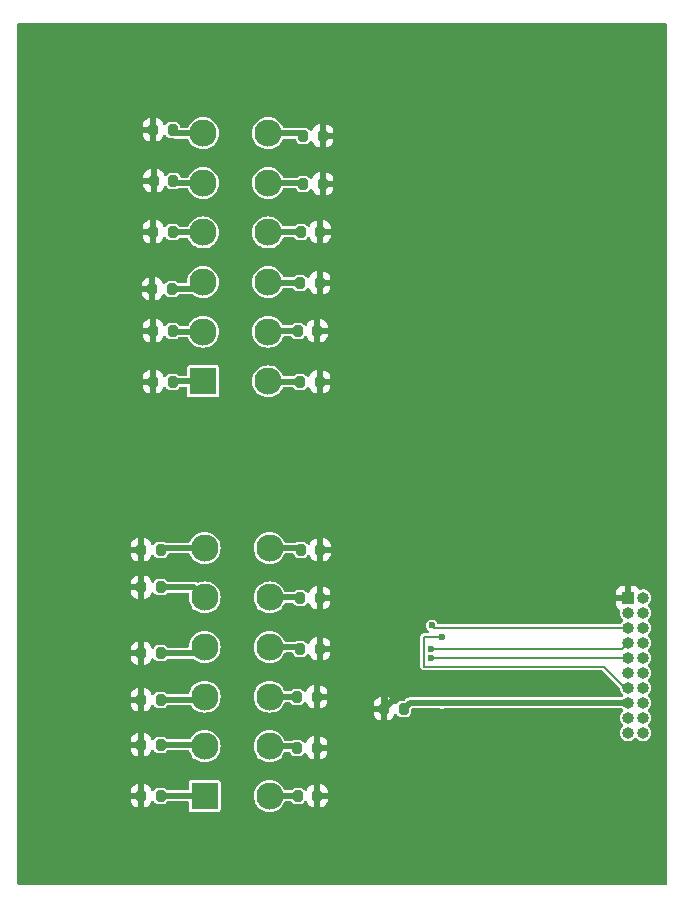
<source format=gbr>
%TF.GenerationSoftware,KiCad,Pcbnew,7.0.10*%
%TF.CreationDate,2024-02-20T17:57:48-08:00*%
%TF.ProjectId,HarnessTesterAll,4861726e-6573-4735-9465-73746572416c,rev?*%
%TF.SameCoordinates,Original*%
%TF.FileFunction,Copper,L2,Bot*%
%TF.FilePolarity,Positive*%
%FSLAX46Y46*%
G04 Gerber Fmt 4.6, Leading zero omitted, Abs format (unit mm)*
G04 Created by KiCad (PCBNEW 7.0.10) date 2024-02-20 17:57:48*
%MOMM*%
%LPD*%
G01*
G04 APERTURE LIST*
G04 Aperture macros list*
%AMRoundRect*
0 Rectangle with rounded corners*
0 $1 Rounding radius*
0 $2 $3 $4 $5 $6 $7 $8 $9 X,Y pos of 4 corners*
0 Add a 4 corners polygon primitive as box body*
4,1,4,$2,$3,$4,$5,$6,$7,$8,$9,$2,$3,0*
0 Add four circle primitives for the rounded corners*
1,1,$1+$1,$2,$3*
1,1,$1+$1,$4,$5*
1,1,$1+$1,$6,$7*
1,1,$1+$1,$8,$9*
0 Add four rect primitives between the rounded corners*
20,1,$1+$1,$2,$3,$4,$5,0*
20,1,$1+$1,$4,$5,$6,$7,0*
20,1,$1+$1,$6,$7,$8,$9,0*
20,1,$1+$1,$8,$9,$2,$3,0*%
G04 Aperture macros list end*
%TA.AperFunction,ComponentPad*%
%ADD10R,2.300000X2.300000*%
%TD*%
%TA.AperFunction,ComponentPad*%
%ADD11C,2.300000*%
%TD*%
%TA.AperFunction,ComponentPad*%
%ADD12R,1.000000X1.000000*%
%TD*%
%TA.AperFunction,ComponentPad*%
%ADD13O,1.000000X1.000000*%
%TD*%
%TA.AperFunction,SMDPad,CuDef*%
%ADD14RoundRect,0.200000X-0.200000X-0.275000X0.200000X-0.275000X0.200000X0.275000X-0.200000X0.275000X0*%
%TD*%
%TA.AperFunction,SMDPad,CuDef*%
%ADD15RoundRect,0.200000X0.200000X0.275000X-0.200000X0.275000X-0.200000X-0.275000X0.200000X-0.275000X0*%
%TD*%
%TA.AperFunction,ViaPad*%
%ADD16C,0.600000*%
%TD*%
%TA.AperFunction,Conductor*%
%ADD17C,0.500000*%
%TD*%
%TA.AperFunction,Conductor*%
%ADD18C,0.200000*%
%TD*%
G04 APERTURE END LIST*
D10*
%TO.P,J2,1,1*%
%TO.N,Out1*%
X102847499Y-122436999D03*
D11*
%TO.P,J2,2,2*%
%TO.N,Out2*%
X102847499Y-118237000D03*
%TO.P,J2,3,3*%
%TO.N,Out3*%
X102847499Y-114037001D03*
%TO.P,J2,4,4*%
%TO.N,Out4*%
X102847499Y-109837001D03*
%TO.P,J2,5,5*%
%TO.N,Out5*%
X102847499Y-105637002D03*
%TO.P,J2,6,6*%
%TO.N,Out6*%
X102847499Y-101437003D03*
%TO.P,J2,7,7*%
%TO.N,Out7*%
X108347498Y-122436999D03*
%TO.P,J2,8,8*%
%TO.N,Out8*%
X108347498Y-118237000D03*
%TO.P,J2,9,9*%
%TO.N,Out9*%
X108347498Y-114037001D03*
%TO.P,J2,10,10*%
%TO.N,Out10*%
X108347498Y-109837001D03*
%TO.P,J2,11,11*%
%TO.N,Out11*%
X108347498Y-105637002D03*
%TO.P,J2,12,12*%
%TO.N,Out12*%
X108347498Y-101437003D03*
%TD*%
D12*
%TO.P,J3,1,Pin_1*%
%TO.N,+3.3V*%
X138684000Y-105664000D03*
D13*
%TO.P,J3,2,Pin_2*%
%TO.N,unconnected-(J3-Pin_2-Pad2)*%
X139954000Y-105664000D03*
%TO.P,J3,3,Pin_3*%
%TO.N,unconnected-(J3-Pin_3-Pad3)*%
X138684000Y-106934000D03*
%TO.P,J3,4,Pin_4*%
%TO.N,GND*%
X139954000Y-106934000D03*
%TO.P,J3,5,Pin_5*%
%TO.N,TDI *%
X138684000Y-108204000D03*
%TO.P,J3,6,Pin_6*%
%TO.N,GND*%
X139954000Y-108204000D03*
%TO.P,J3,7,Pin_7*%
%TO.N,TMS*%
X138684000Y-109474000D03*
%TO.P,J3,8,Pin_8*%
%TO.N,GND*%
X139954000Y-109474000D03*
%TO.P,J3,9,Pin_9*%
%TO.N,TCK*%
X138684000Y-110744000D03*
%TO.P,J3,10,Pin_10*%
%TO.N,GND*%
X139954000Y-110744000D03*
%TO.P,J3,11,Pin_11*%
%TO.N,unconnected-(J3-Pin_11-Pad11)*%
X138684000Y-112014000D03*
%TO.P,J3,12,Pin_12*%
%TO.N,GND*%
X139954000Y-112014000D03*
%TO.P,J3,13,Pin_13*%
%TO.N,TDO*%
X138684000Y-113284000D03*
%TO.P,J3,14,Pin_14*%
%TO.N,GND*%
X139954000Y-113284000D03*
%TO.P,J3,15,Pin_15*%
%TO.N,RST*%
X138684000Y-114554000D03*
%TO.P,J3,16,Pin_16*%
%TO.N,GND*%
X139954000Y-114554000D03*
%TO.P,J3,17,Pin_17*%
%TO.N,unconnected-(J3-Pin_17-Pad17)*%
X138684000Y-115824000D03*
%TO.P,J3,18,Pin_18*%
%TO.N,GND*%
X139954000Y-115824000D03*
%TO.P,J3,19,Pin_19*%
%TO.N,unconnected-(J3-Pin_19-Pad19)*%
X138684000Y-117094000D03*
%TO.P,J3,20,Pin_20*%
%TO.N,GND*%
X139954000Y-117094000D03*
%TD*%
D10*
%TO.P,J1,1,1*%
%TO.N,In1*%
X102715999Y-87334997D03*
D11*
%TO.P,J1,2,2*%
%TO.N,In2*%
X102715999Y-83134998D03*
%TO.P,J1,3,3*%
%TO.N,In3*%
X102715999Y-78934999D03*
%TO.P,J1,4,4*%
%TO.N,In4*%
X102715999Y-74734999D03*
%TO.P,J1,5,5*%
%TO.N,In5*%
X102715999Y-70535000D03*
%TO.P,J1,6,6*%
%TO.N,In6*%
X102715999Y-66335001D03*
%TO.P,J1,7,7*%
%TO.N,In7*%
X108215998Y-87334997D03*
%TO.P,J1,8,8*%
%TO.N,In8*%
X108215998Y-83134998D03*
%TO.P,J1,9,9*%
%TO.N,In9*%
X108215998Y-78934999D03*
%TO.P,J1,10,10*%
%TO.N,In10*%
X108215998Y-74734999D03*
%TO.P,J1,11,11*%
%TO.N,In11*%
X108215998Y-70535000D03*
%TO.P,J1,12,12*%
%TO.N,In12*%
X108215998Y-66335001D03*
%TD*%
D14*
%TO.P,R13,1*%
%TO.N,+3.3V*%
X98489000Y-87376000D03*
%TO.P,R13,2*%
%TO.N,In1*%
X100139000Y-87376000D03*
%TD*%
%TO.P,R14,1*%
%TO.N,+3.3V*%
X98489000Y-83058000D03*
%TO.P,R14,2*%
%TO.N,In2*%
X100139000Y-83058000D03*
%TD*%
D15*
%TO.P,R20,1*%
%TO.N,+3.3V*%
X112394000Y-83058000D03*
%TO.P,R20,2*%
%TO.N,In8*%
X110744000Y-83058000D03*
%TD*%
%TO.P,R27,1*%
%TO.N,RST*%
X119697000Y-115062000D03*
%TO.P,R27,2*%
%TO.N,+3.3V*%
X118047000Y-115062000D03*
%TD*%
%TO.P,R23,1*%
%TO.N,+3.3V*%
X112839000Y-70612000D03*
%TO.P,R23,2*%
%TO.N,In11*%
X111189000Y-70612000D03*
%TD*%
%TO.P,R7,1*%
%TO.N,+3.3V*%
X112394000Y-122428000D03*
%TO.P,R7,2*%
%TO.N,Out7*%
X110744000Y-122428000D03*
%TD*%
D14*
%TO.P,R1,1*%
%TO.N,+3.3V*%
X97473000Y-122428000D03*
%TO.P,R1,2*%
%TO.N,Out1*%
X99123000Y-122428000D03*
%TD*%
%TO.P,R5,1*%
%TO.N,+3.3V*%
X97473000Y-104775000D03*
%TO.P,R5,2*%
%TO.N,Out5*%
X99123000Y-104775000D03*
%TD*%
D15*
%TO.P,R24,1*%
%TO.N,+3.3V*%
X112839000Y-66548000D03*
%TO.P,R24,2*%
%TO.N,In12*%
X111189000Y-66548000D03*
%TD*%
D14*
%TO.P,R17,1*%
%TO.N,+3.3V*%
X98552000Y-70358000D03*
%TO.P,R17,2*%
%TO.N,In5*%
X100202000Y-70358000D03*
%TD*%
%TO.P,R15,1*%
%TO.N,+3.3V*%
X98426000Y-79502000D03*
%TO.P,R15,2*%
%TO.N,In3*%
X100076000Y-79502000D03*
%TD*%
D15*
%TO.P,R12,1*%
%TO.N,+3.3V*%
X112648000Y-101600000D03*
%TO.P,R12,2*%
%TO.N,Out12*%
X110998000Y-101600000D03*
%TD*%
%TO.P,R11,1*%
%TO.N,+3.3V*%
X112585000Y-105664000D03*
%TO.P,R11,2*%
%TO.N,Out11*%
X110935000Y-105664000D03*
%TD*%
%TO.P,R21,1*%
%TO.N,+3.3V*%
X112585000Y-78994000D03*
%TO.P,R21,2*%
%TO.N,In9*%
X110935000Y-78994000D03*
%TD*%
D14*
%TO.P,R3,1*%
%TO.N,+3.3V*%
X97473000Y-114300000D03*
%TO.P,R3,2*%
%TO.N,Out3*%
X99123000Y-114300000D03*
%TD*%
%TO.P,R4,1*%
%TO.N,+3.3V*%
X97473000Y-110363000D03*
%TO.P,R4,2*%
%TO.N,Out4*%
X99123000Y-110363000D03*
%TD*%
D15*
%TO.P,R22,1*%
%TO.N,+3.3V*%
X112648000Y-74676000D03*
%TO.P,R22,2*%
%TO.N,In10*%
X110998000Y-74676000D03*
%TD*%
D14*
%TO.P,R6,1*%
%TO.N,+3.3V*%
X97473000Y-101600000D03*
%TO.P,R6,2*%
%TO.N,Out6*%
X99123000Y-101600000D03*
%TD*%
%TO.P,R18,1*%
%TO.N,+3.3V*%
X98489000Y-66040000D03*
%TO.P,R18,2*%
%TO.N,In6*%
X100139000Y-66040000D03*
%TD*%
D15*
%TO.P,R19,1*%
%TO.N,+3.3V*%
X112585000Y-87376000D03*
%TO.P,R19,2*%
%TO.N,In7*%
X110935000Y-87376000D03*
%TD*%
%TO.P,R10,1*%
%TO.N,+3.3V*%
X112585000Y-109982000D03*
%TO.P,R10,2*%
%TO.N,Out10*%
X110935000Y-109982000D03*
%TD*%
%TO.P,R9,1*%
%TO.N,+3.3V*%
X112331000Y-114046000D03*
%TO.P,R9,2*%
%TO.N,Out9*%
X110681000Y-114046000D03*
%TD*%
%TO.P,R8,1*%
%TO.N,+3.3V*%
X112331000Y-118364000D03*
%TO.P,R8,2*%
%TO.N,Out8*%
X110681000Y-118364000D03*
%TD*%
D14*
%TO.P,R2,1*%
%TO.N,+3.3V*%
X97473000Y-118110000D03*
%TO.P,R2,2*%
%TO.N,Out2*%
X99123000Y-118110000D03*
%TD*%
%TO.P,R16,1*%
%TO.N,+3.3V*%
X98489000Y-74676000D03*
%TO.P,R16,2*%
%TO.N,In4*%
X100139000Y-74676000D03*
%TD*%
D16*
%TO.N,+3.3V*%
X122024669Y-112880669D03*
X118110000Y-108458000D03*
%TO.N,RST*%
X122936000Y-114554000D03*
%TO.N,TMS*%
X122012000Y-109982000D03*
%TO.N,TCK*%
X122012000Y-110806266D03*
%TO.N,TDO*%
X122936000Y-108966000D03*
%TO.N,TDI *%
X122069394Y-108008994D03*
%TD*%
D17*
%TO.N,+3.3V*%
X118110000Y-108584000D02*
X118047000Y-108521000D01*
X120228331Y-112880669D02*
X118047000Y-115062000D01*
X118047000Y-115062000D02*
X118110000Y-114999000D01*
D18*
X118047000Y-108521000D02*
X118110000Y-108458000D01*
D17*
X122024669Y-112880669D02*
X120228331Y-112880669D01*
D18*
X95227499Y-58992000D02*
X95418499Y-58801000D01*
D17*
X118110000Y-114999000D02*
X118110000Y-108584000D01*
%TO.N,Out11*%
X108347498Y-105637002D02*
X110908002Y-105637002D01*
D18*
X110908002Y-105637002D02*
X110935000Y-105664000D01*
D17*
%TO.N,In7*%
X110935000Y-87376000D02*
X108257001Y-87376000D01*
D18*
X108257001Y-87376000D02*
X108215998Y-87334997D01*
%TO.N,In6*%
X100434001Y-66335001D02*
X100139000Y-66040000D01*
D17*
X102715999Y-66335001D02*
X100434001Y-66335001D01*
%TO.N,In5*%
X102715999Y-70535000D02*
X100379000Y-70535000D01*
D18*
X100379000Y-70535000D02*
X100202000Y-70358000D01*
D17*
%TO.N,In4*%
X102715999Y-74734999D02*
X100197999Y-74734999D01*
D18*
X100197999Y-74734999D02*
X100139000Y-74676000D01*
%TO.N,In3*%
X102148998Y-79502000D02*
X102715999Y-78934999D01*
D17*
X100076000Y-79502000D02*
X102148998Y-79502000D01*
%TO.N,In2*%
X102715999Y-83134998D02*
X100215998Y-83134998D01*
D18*
X100215998Y-83134998D02*
X100139000Y-83058000D01*
%TO.N,In1*%
X100180003Y-87334997D02*
X100139000Y-87376000D01*
D17*
X102715999Y-87334997D02*
X100180003Y-87334997D01*
D18*
%TO.N,Out12*%
X110835003Y-101437003D02*
X110998000Y-101600000D01*
D17*
X108347498Y-101437003D02*
X110835003Y-101437003D01*
%TO.N,Out1*%
X99123000Y-122428000D02*
X102838500Y-122428000D01*
D18*
X102838500Y-122428000D02*
X102847499Y-122436999D01*
%TO.N,Out2*%
X102720499Y-118110000D02*
X102847499Y-118237000D01*
X102339499Y-118237000D02*
X102847499Y-118237000D01*
D17*
X99123000Y-118110000D02*
X102720499Y-118110000D01*
D18*
%TO.N,Out3*%
X102584500Y-114300000D02*
X102847499Y-114037001D01*
D17*
X99123000Y-114300000D02*
X102584500Y-114300000D01*
D18*
%TO.N,Out4*%
X102321500Y-110363000D02*
X102847499Y-109837001D01*
D17*
X99123000Y-110363000D02*
X102321500Y-110363000D01*
%TO.N,Out5*%
X99123000Y-104775000D02*
X101985497Y-104775000D01*
D18*
X101985497Y-104775000D02*
X102847499Y-105637002D01*
D17*
%TO.N,Out6*%
X102847499Y-101437003D02*
X99285997Y-101437003D01*
D18*
X99285997Y-101437003D02*
X99123000Y-101600000D01*
%TO.N,Out7*%
X108356497Y-122428000D02*
X108347498Y-122436999D01*
D17*
X110744000Y-122428000D02*
X108356497Y-122428000D01*
%TO.N,Out8*%
X108347498Y-118237000D02*
X110554000Y-118237000D01*
D18*
X110554000Y-118237000D02*
X110681000Y-118364000D01*
%TO.N,Out9*%
X110672001Y-114037001D02*
X110681000Y-114046000D01*
D17*
X108347498Y-114037001D02*
X110672001Y-114037001D01*
D18*
%TO.N,Out10*%
X110790001Y-109837001D02*
X110935000Y-109982000D01*
D17*
X108347498Y-109837001D02*
X110790001Y-109837001D01*
%TO.N,In8*%
X110744000Y-83058000D02*
X108292996Y-83058000D01*
D18*
X108292996Y-83058000D02*
X108215998Y-83134998D01*
D17*
%TO.N,In9*%
X110935000Y-78994000D02*
X108274999Y-78994000D01*
D18*
X108274999Y-78994000D02*
X108215998Y-78934999D01*
D17*
%TO.N,In10*%
X110998000Y-74676000D02*
X108274997Y-74676000D01*
D18*
X108274997Y-74676000D02*
X108215998Y-74734999D01*
D17*
%TO.N,In11*%
X108215998Y-70535000D02*
X111112000Y-70535000D01*
D18*
X111112000Y-70535000D02*
X111189000Y-70612000D01*
%TO.N,In12*%
X110976001Y-66335001D02*
X111189000Y-66548000D01*
D17*
X108215998Y-66335001D02*
X110976001Y-66335001D01*
%TO.N,RST*%
X122936000Y-114554000D02*
X120205000Y-114554000D01*
X120205000Y-114554000D02*
X138684000Y-114554000D01*
X119634000Y-115125000D02*
X119697000Y-115062000D01*
X119634000Y-115125000D02*
X120205000Y-114554000D01*
D18*
%TO.N,TMS*%
X138184001Y-109973999D02*
X138684000Y-109474000D01*
X122020001Y-109973999D02*
X138184001Y-109973999D01*
X122012000Y-109982000D02*
X122020001Y-109973999D01*
%TO.N,TCK*%
X122012000Y-110806266D02*
X122074266Y-110744000D01*
X122074266Y-110744000D02*
X138684000Y-110744000D01*
%TO.N,TDO*%
X121412000Y-111506000D02*
X136652000Y-111506000D01*
X121412000Y-108966000D02*
X121412000Y-111506000D01*
X138430000Y-113284000D02*
X138684000Y-113284000D01*
X136652000Y-111506000D02*
X138430000Y-113284000D01*
X122936000Y-108966000D02*
X121412000Y-108966000D01*
%TO.N,TDI *%
X138684000Y-108204000D02*
X122264400Y-108204000D01*
X122264400Y-108204000D02*
X122069394Y-108008994D01*
%TD*%
%TA.AperFunction,Conductor*%
%TO.N,+3.3V*%
G36*
X141918539Y-57019685D02*
G01*
X141964294Y-57072489D01*
X141975500Y-57124000D01*
X141975500Y-129876000D01*
X141955815Y-129943039D01*
X141903011Y-129988794D01*
X141851500Y-130000000D01*
X87124000Y-130000000D01*
X87056961Y-129980315D01*
X87011206Y-129927511D01*
X87000000Y-129876000D01*
X87000000Y-122678000D01*
X96573001Y-122678000D01*
X96573001Y-122759582D01*
X96579408Y-122830102D01*
X96579409Y-122830107D01*
X96629981Y-122992396D01*
X96717927Y-123137877D01*
X96838122Y-123258072D01*
X96983604Y-123346019D01*
X96983603Y-123346019D01*
X97145894Y-123396590D01*
X97145893Y-123396590D01*
X97216408Y-123402998D01*
X97216426Y-123402999D01*
X97723000Y-123402999D01*
X97729581Y-123402999D01*
X97800102Y-123396591D01*
X97800107Y-123396590D01*
X97962396Y-123346018D01*
X98107877Y-123258072D01*
X98228072Y-123137877D01*
X98316017Y-122992398D01*
X98341135Y-122911792D01*
X98379872Y-122853644D01*
X98443897Y-122825669D01*
X98512883Y-122836750D01*
X98564926Y-122883368D01*
X98570001Y-122892377D01*
X98594950Y-122941342D01*
X98594952Y-122941344D01*
X98594954Y-122941347D01*
X98684652Y-123031045D01*
X98684654Y-123031046D01*
X98684658Y-123031050D01*
X98797694Y-123088645D01*
X98797698Y-123088647D01*
X98891475Y-123103499D01*
X98891481Y-123103500D01*
X99354518Y-123103499D01*
X99448304Y-123088646D01*
X99561342Y-123031050D01*
X99599997Y-122992395D01*
X99651050Y-122941343D01*
X99656786Y-122933448D01*
X99659059Y-122935100D01*
X99696546Y-122895409D01*
X99759057Y-122878500D01*
X101372999Y-122878500D01*
X101440038Y-122898185D01*
X101485793Y-122950989D01*
X101496999Y-123002500D01*
X101496999Y-123606751D01*
X101508630Y-123665228D01*
X101508631Y-123665229D01*
X101552946Y-123731551D01*
X101619268Y-123775866D01*
X101619269Y-123775867D01*
X101677746Y-123787498D01*
X101677749Y-123787499D01*
X101677751Y-123787499D01*
X104017249Y-123787499D01*
X104017250Y-123787498D01*
X104032067Y-123784551D01*
X104075728Y-123775867D01*
X104075728Y-123775866D01*
X104075730Y-123775866D01*
X104142051Y-123731551D01*
X104186366Y-123665230D01*
X104186366Y-123665228D01*
X104186367Y-123665228D01*
X104197998Y-123606751D01*
X104197999Y-123606749D01*
X104197999Y-122436999D01*
X106991839Y-122436999D01*
X107012434Y-122672402D01*
X107012436Y-122672412D01*
X107073592Y-122900654D01*
X107073594Y-122900658D01*
X107073595Y-122900662D01*
X107121083Y-123002500D01*
X107173463Y-123114829D01*
X107173465Y-123114833D01*
X107189601Y-123137877D01*
X107309003Y-123308400D01*
X107476097Y-123475494D01*
X107572882Y-123543264D01*
X107669663Y-123611031D01*
X107669665Y-123611032D01*
X107669668Y-123611034D01*
X107883835Y-123710902D01*
X108112090Y-123772062D01*
X108288532Y-123787499D01*
X108347497Y-123792658D01*
X108347498Y-123792658D01*
X108347499Y-123792658D01*
X108406464Y-123787499D01*
X108582906Y-123772062D01*
X108811161Y-123710902D01*
X109025328Y-123611034D01*
X109218899Y-123475494D01*
X109385993Y-123308400D01*
X109521533Y-123114829D01*
X109598350Y-122950095D01*
X109644522Y-122897656D01*
X109710732Y-122878500D01*
X110107943Y-122878500D01*
X110174982Y-122898185D01*
X110208206Y-122934906D01*
X110210214Y-122933448D01*
X110215950Y-122941343D01*
X110305652Y-123031045D01*
X110305654Y-123031046D01*
X110305658Y-123031050D01*
X110418694Y-123088645D01*
X110418698Y-123088647D01*
X110512475Y-123103499D01*
X110512481Y-123103500D01*
X110975518Y-123103499D01*
X111069304Y-123088646D01*
X111182342Y-123031050D01*
X111272050Y-122941342D01*
X111296995Y-122892384D01*
X111344967Y-122841591D01*
X111412788Y-122824796D01*
X111478923Y-122847333D01*
X111522375Y-122902048D01*
X111525863Y-122911791D01*
X111550981Y-122992396D01*
X111638927Y-123137877D01*
X111759122Y-123258072D01*
X111904604Y-123346019D01*
X111904603Y-123346019D01*
X112066894Y-123396590D01*
X112066893Y-123396590D01*
X112137408Y-123402998D01*
X112137426Y-123402999D01*
X112143999Y-123402998D01*
X112144000Y-123402998D01*
X112144000Y-122678000D01*
X112644000Y-122678000D01*
X112644000Y-123402999D01*
X112650581Y-123402999D01*
X112721102Y-123396591D01*
X112721107Y-123396590D01*
X112883396Y-123346018D01*
X113028877Y-123258072D01*
X113149072Y-123137877D01*
X113237019Y-122992395D01*
X113287590Y-122830106D01*
X113294000Y-122759572D01*
X113294000Y-122678000D01*
X112644000Y-122678000D01*
X112144000Y-122678000D01*
X112144000Y-121453000D01*
X112644000Y-121453000D01*
X112644000Y-122178000D01*
X113293999Y-122178000D01*
X113293999Y-122096417D01*
X113287591Y-122025897D01*
X113287590Y-122025892D01*
X113237018Y-121863603D01*
X113149072Y-121718122D01*
X113028877Y-121597927D01*
X112883395Y-121509980D01*
X112883396Y-121509980D01*
X112721105Y-121459409D01*
X112721106Y-121459409D01*
X112650572Y-121453000D01*
X112644000Y-121453000D01*
X112144000Y-121453000D01*
X112143999Y-121452999D01*
X112137436Y-121453000D01*
X112137417Y-121453001D01*
X112066897Y-121459408D01*
X112066892Y-121459409D01*
X111904603Y-121509981D01*
X111759122Y-121597927D01*
X111638927Y-121718122D01*
X111550981Y-121863603D01*
X111525863Y-121944209D01*
X111487125Y-122002356D01*
X111423100Y-122030330D01*
X111354115Y-122019248D01*
X111302072Y-121972629D01*
X111296994Y-121963614D01*
X111272050Y-121914658D01*
X111272048Y-121914656D01*
X111272045Y-121914652D01*
X111182347Y-121824954D01*
X111182344Y-121824952D01*
X111182342Y-121824950D01*
X111105517Y-121785805D01*
X111069301Y-121767352D01*
X110975524Y-121752500D01*
X110512482Y-121752500D01*
X110431519Y-121765323D01*
X110418696Y-121767354D01*
X110305658Y-121824950D01*
X110305657Y-121824951D01*
X110305652Y-121824954D01*
X110215950Y-121914657D01*
X110210214Y-121922552D01*
X110207940Y-121920899D01*
X110170454Y-121960591D01*
X110107943Y-121977500D01*
X109702339Y-121977500D01*
X109635300Y-121957815D01*
X109589957Y-121905905D01*
X109521533Y-121759170D01*
X109521532Y-121759168D01*
X109385992Y-121565596D01*
X109218900Y-121398505D01*
X109218893Y-121398500D01*
X109025332Y-121262966D01*
X109025328Y-121262964D01*
X109025326Y-121262963D01*
X108811161Y-121163096D01*
X108811157Y-121163095D01*
X108811153Y-121163093D01*
X108582911Y-121101937D01*
X108582901Y-121101935D01*
X108347499Y-121081340D01*
X108347497Y-121081340D01*
X108112094Y-121101935D01*
X108112084Y-121101937D01*
X107883842Y-121163093D01*
X107883833Y-121163097D01*
X107669669Y-121262963D01*
X107669667Y-121262964D01*
X107476095Y-121398504D01*
X107309003Y-121565596D01*
X107173463Y-121759168D01*
X107173462Y-121759170D01*
X107073596Y-121973334D01*
X107073592Y-121973343D01*
X107012436Y-122201585D01*
X107012434Y-122201595D01*
X106991839Y-122436998D01*
X106991839Y-122436999D01*
X104197999Y-122436999D01*
X104197999Y-121267248D01*
X104197998Y-121267246D01*
X104186367Y-121208769D01*
X104186366Y-121208768D01*
X104142051Y-121142446D01*
X104075729Y-121098131D01*
X104075728Y-121098130D01*
X104017251Y-121086499D01*
X104017247Y-121086499D01*
X101677751Y-121086499D01*
X101677746Y-121086499D01*
X101619269Y-121098130D01*
X101619268Y-121098131D01*
X101552946Y-121142446D01*
X101508631Y-121208768D01*
X101508630Y-121208769D01*
X101496999Y-121267246D01*
X101496999Y-121853500D01*
X101477314Y-121920539D01*
X101424510Y-121966294D01*
X101372999Y-121977500D01*
X99759057Y-121977500D01*
X99692018Y-121957815D01*
X99658793Y-121921093D01*
X99656786Y-121922552D01*
X99651050Y-121914657D01*
X99561347Y-121824954D01*
X99561344Y-121824952D01*
X99561342Y-121824950D01*
X99484517Y-121785805D01*
X99448301Y-121767352D01*
X99354524Y-121752500D01*
X98891482Y-121752500D01*
X98810519Y-121765323D01*
X98797696Y-121767354D01*
X98684658Y-121824950D01*
X98684657Y-121824951D01*
X98684652Y-121824954D01*
X98594954Y-121914652D01*
X98594950Y-121914657D01*
X98570005Y-121963614D01*
X98522029Y-122014409D01*
X98454208Y-122031203D01*
X98388074Y-122008664D01*
X98344623Y-121953948D01*
X98341135Y-121944207D01*
X98316017Y-121863600D01*
X98228072Y-121718122D01*
X98107877Y-121597927D01*
X97962395Y-121509980D01*
X97962396Y-121509980D01*
X97800105Y-121459409D01*
X97800106Y-121459409D01*
X97729572Y-121453000D01*
X97723000Y-121453000D01*
X97723000Y-123402999D01*
X97216426Y-123402999D01*
X97222999Y-123402998D01*
X97223000Y-123402998D01*
X97223000Y-122678000D01*
X96573001Y-122678000D01*
X87000000Y-122678000D01*
X87000000Y-122178000D01*
X96573000Y-122178000D01*
X97223000Y-122178000D01*
X97223000Y-121453000D01*
X97222999Y-121452999D01*
X97216436Y-121453000D01*
X97216417Y-121453001D01*
X97145897Y-121459408D01*
X97145892Y-121459409D01*
X96983603Y-121509981D01*
X96838122Y-121597927D01*
X96717927Y-121718122D01*
X96629980Y-121863604D01*
X96579409Y-122025893D01*
X96573000Y-122096427D01*
X96573000Y-122178000D01*
X87000000Y-122178000D01*
X87000000Y-118360000D01*
X96573001Y-118360000D01*
X96573001Y-118441582D01*
X96579408Y-118512102D01*
X96579409Y-118512107D01*
X96629981Y-118674396D01*
X96717927Y-118819877D01*
X96838122Y-118940072D01*
X96983604Y-119028019D01*
X96983603Y-119028019D01*
X97145894Y-119078590D01*
X97145893Y-119078590D01*
X97216408Y-119084998D01*
X97216426Y-119084999D01*
X97723000Y-119084999D01*
X97729581Y-119084999D01*
X97800102Y-119078591D01*
X97800107Y-119078590D01*
X97962396Y-119028018D01*
X98107877Y-118940072D01*
X98228072Y-118819877D01*
X98316017Y-118674398D01*
X98341135Y-118593792D01*
X98379872Y-118535644D01*
X98443897Y-118507669D01*
X98512883Y-118518750D01*
X98564926Y-118565368D01*
X98570001Y-118574377D01*
X98594950Y-118623342D01*
X98594952Y-118623344D01*
X98594954Y-118623347D01*
X98684652Y-118713045D01*
X98684654Y-118713046D01*
X98684658Y-118713050D01*
X98788786Y-118766106D01*
X98797698Y-118770647D01*
X98891475Y-118785499D01*
X98891481Y-118785500D01*
X99354518Y-118785499D01*
X99448304Y-118770646D01*
X99561342Y-118713050D01*
X99603873Y-118670519D01*
X99651050Y-118623343D01*
X99656786Y-118615448D01*
X99659059Y-118617100D01*
X99696546Y-118577409D01*
X99759057Y-118560500D01*
X101440891Y-118560500D01*
X101507930Y-118580185D01*
X101553685Y-118632989D01*
X101560666Y-118652408D01*
X101573592Y-118700653D01*
X101573595Y-118700660D01*
X101573596Y-118700663D01*
X101655985Y-118877347D01*
X101673464Y-118914830D01*
X101673466Y-118914834D01*
X101750357Y-119024645D01*
X101809004Y-119108401D01*
X101976098Y-119275495D01*
X102066790Y-119338998D01*
X102169664Y-119411032D01*
X102169666Y-119411033D01*
X102169669Y-119411035D01*
X102383836Y-119510903D01*
X102612091Y-119572063D01*
X102800417Y-119588539D01*
X102847498Y-119592659D01*
X102847499Y-119592659D01*
X102847500Y-119592659D01*
X102886733Y-119589226D01*
X103082907Y-119572063D01*
X103311162Y-119510903D01*
X103525329Y-119411035D01*
X103718900Y-119275495D01*
X103885994Y-119108401D01*
X104021534Y-118914830D01*
X104121402Y-118700663D01*
X104182562Y-118472408D01*
X104203158Y-118237000D01*
X106991839Y-118237000D01*
X107012434Y-118472403D01*
X107012436Y-118472413D01*
X107073592Y-118700655D01*
X107073594Y-118700659D01*
X107073595Y-118700663D01*
X107155984Y-118877347D01*
X107173463Y-118914830D01*
X107173465Y-118914834D01*
X107250356Y-119024645D01*
X107309003Y-119108401D01*
X107476097Y-119275495D01*
X107566789Y-119338998D01*
X107669663Y-119411032D01*
X107669665Y-119411033D01*
X107669668Y-119411035D01*
X107883835Y-119510903D01*
X108112090Y-119572063D01*
X108300416Y-119588539D01*
X108347497Y-119592659D01*
X108347498Y-119592659D01*
X108347499Y-119592659D01*
X108386732Y-119589226D01*
X108582906Y-119572063D01*
X108811161Y-119510903D01*
X109025328Y-119411035D01*
X109218899Y-119275495D01*
X109385993Y-119108401D01*
X109521533Y-118914830D01*
X109594154Y-118759093D01*
X109640325Y-118706656D01*
X109706535Y-118687500D01*
X109980308Y-118687500D01*
X110047347Y-118707185D01*
X110089801Y-118756179D01*
X110090924Y-118755608D01*
X110095353Y-118764301D01*
X110095354Y-118764304D01*
X110152950Y-118877342D01*
X110152952Y-118877344D01*
X110152954Y-118877347D01*
X110242652Y-118967045D01*
X110242654Y-118967046D01*
X110242658Y-118967050D01*
X110355694Y-119024645D01*
X110355698Y-119024647D01*
X110449475Y-119039499D01*
X110449481Y-119039500D01*
X110912518Y-119039499D01*
X111006304Y-119024646D01*
X111119342Y-118967050D01*
X111209050Y-118877342D01*
X111233995Y-118828384D01*
X111281967Y-118777591D01*
X111349788Y-118760796D01*
X111415923Y-118783333D01*
X111459375Y-118838048D01*
X111462863Y-118847791D01*
X111487981Y-118928396D01*
X111575927Y-119073877D01*
X111696122Y-119194072D01*
X111841604Y-119282019D01*
X111841603Y-119282019D01*
X112003894Y-119332590D01*
X112003893Y-119332590D01*
X112074408Y-119338998D01*
X112074426Y-119338999D01*
X112080999Y-119338998D01*
X112081000Y-119338998D01*
X112081000Y-118614000D01*
X112581000Y-118614000D01*
X112581000Y-119338999D01*
X112587581Y-119338999D01*
X112658102Y-119332591D01*
X112658107Y-119332590D01*
X112820396Y-119282018D01*
X112965877Y-119194072D01*
X113086072Y-119073877D01*
X113174019Y-118928395D01*
X113224590Y-118766106D01*
X113231000Y-118695569D01*
X113231000Y-118614000D01*
X112581000Y-118614000D01*
X112081000Y-118614000D01*
X112081000Y-117389000D01*
X112581000Y-117389000D01*
X112581000Y-118114000D01*
X113230999Y-118114000D01*
X113230999Y-118032417D01*
X113224591Y-117961897D01*
X113224590Y-117961892D01*
X113174018Y-117799603D01*
X113086072Y-117654122D01*
X112965877Y-117533927D01*
X112820395Y-117445980D01*
X112820396Y-117445980D01*
X112658105Y-117395409D01*
X112658106Y-117395409D01*
X112587572Y-117389000D01*
X112581000Y-117389000D01*
X112081000Y-117389000D01*
X112080999Y-117388999D01*
X112074436Y-117389000D01*
X112074417Y-117389001D01*
X112003897Y-117395408D01*
X112003892Y-117395409D01*
X111841603Y-117445981D01*
X111696122Y-117533927D01*
X111575927Y-117654122D01*
X111487981Y-117799603D01*
X111462863Y-117880209D01*
X111424125Y-117938356D01*
X111360100Y-117966330D01*
X111291115Y-117955248D01*
X111239072Y-117908629D01*
X111234002Y-117899630D01*
X111209050Y-117850658D01*
X111209048Y-117850656D01*
X111209045Y-117850652D01*
X111119347Y-117760954D01*
X111119344Y-117760952D01*
X111119342Y-117760950D01*
X111018751Y-117709696D01*
X111006301Y-117703352D01*
X110912524Y-117688500D01*
X110449482Y-117688500D01*
X110368519Y-117701323D01*
X110355696Y-117703354D01*
X110242658Y-117760950D01*
X110242657Y-117760950D01*
X110242653Y-117760953D01*
X110240082Y-117762821D01*
X110236430Y-117764123D01*
X110233963Y-117765381D01*
X110233800Y-117765061D01*
X110174274Y-117786298D01*
X110167201Y-117786500D01*
X109706535Y-117786500D01*
X109639496Y-117766815D01*
X109594154Y-117714906D01*
X109521533Y-117559171D01*
X109518630Y-117555024D01*
X109385992Y-117365597D01*
X109218900Y-117198506D01*
X109218893Y-117198501D01*
X109025332Y-117062967D01*
X109025328Y-117062965D01*
X109025326Y-117062964D01*
X108811161Y-116963097D01*
X108811157Y-116963096D01*
X108811153Y-116963094D01*
X108582911Y-116901938D01*
X108582901Y-116901936D01*
X108347499Y-116881341D01*
X108347497Y-116881341D01*
X108112094Y-116901936D01*
X108112084Y-116901938D01*
X107883842Y-116963094D01*
X107883833Y-116963098D01*
X107669669Y-117062964D01*
X107669667Y-117062965D01*
X107476095Y-117198505D01*
X107309003Y-117365597D01*
X107173463Y-117559169D01*
X107173462Y-117559171D01*
X107073596Y-117773335D01*
X107073592Y-117773344D01*
X107012436Y-118001586D01*
X107012434Y-118001596D01*
X106991839Y-118236999D01*
X106991839Y-118237000D01*
X104203158Y-118237000D01*
X104182562Y-118001592D01*
X104121402Y-117773337D01*
X104021534Y-117559171D01*
X104018631Y-117555024D01*
X103885993Y-117365597D01*
X103718901Y-117198506D01*
X103718894Y-117198501D01*
X103525333Y-117062967D01*
X103525329Y-117062965D01*
X103525327Y-117062964D01*
X103311162Y-116963097D01*
X103311158Y-116963096D01*
X103311154Y-116963094D01*
X103082912Y-116901938D01*
X103082902Y-116901936D01*
X102847500Y-116881341D01*
X102847498Y-116881341D01*
X102612095Y-116901936D01*
X102612085Y-116901938D01*
X102383843Y-116963094D01*
X102383834Y-116963098D01*
X102169670Y-117062964D01*
X102169668Y-117062965D01*
X101976096Y-117198505D01*
X101809004Y-117365597D01*
X101673464Y-117559169D01*
X101673463Y-117559171D01*
X101660065Y-117587905D01*
X101613893Y-117640344D01*
X101547683Y-117659500D01*
X99759057Y-117659500D01*
X99692018Y-117639815D01*
X99658793Y-117603093D01*
X99656786Y-117604552D01*
X99651050Y-117596657D01*
X99561347Y-117506954D01*
X99561344Y-117506952D01*
X99561342Y-117506950D01*
X99484517Y-117467805D01*
X99448301Y-117449352D01*
X99354524Y-117434500D01*
X98891482Y-117434500D01*
X98810519Y-117447323D01*
X98797696Y-117449354D01*
X98684658Y-117506950D01*
X98684657Y-117506951D01*
X98684652Y-117506954D01*
X98594954Y-117596652D01*
X98594950Y-117596657D01*
X98570005Y-117645614D01*
X98522029Y-117696409D01*
X98454208Y-117713203D01*
X98388074Y-117690664D01*
X98344623Y-117635948D01*
X98341135Y-117626207D01*
X98316017Y-117545600D01*
X98228072Y-117400122D01*
X98107877Y-117279927D01*
X97962395Y-117191980D01*
X97962396Y-117191980D01*
X97800105Y-117141409D01*
X97800106Y-117141409D01*
X97729572Y-117135000D01*
X97723000Y-117135000D01*
X97723000Y-119084999D01*
X97216426Y-119084999D01*
X97222999Y-119084998D01*
X97223000Y-119084998D01*
X97223000Y-118360000D01*
X96573001Y-118360000D01*
X87000000Y-118360000D01*
X87000000Y-117860000D01*
X96573000Y-117860000D01*
X97223000Y-117860000D01*
X97223000Y-117135000D01*
X97222999Y-117134999D01*
X97216436Y-117135000D01*
X97216417Y-117135001D01*
X97145897Y-117141408D01*
X97145892Y-117141409D01*
X96983603Y-117191981D01*
X96838122Y-117279927D01*
X96717927Y-117400122D01*
X96629980Y-117545604D01*
X96579409Y-117707893D01*
X96573000Y-117778427D01*
X96573000Y-117860000D01*
X87000000Y-117860000D01*
X87000000Y-114550000D01*
X96573001Y-114550000D01*
X96573001Y-114631582D01*
X96579408Y-114702102D01*
X96579409Y-114702107D01*
X96629981Y-114864396D01*
X96717927Y-115009877D01*
X96838122Y-115130072D01*
X96983604Y-115218019D01*
X96983603Y-115218019D01*
X97145894Y-115268590D01*
X97145893Y-115268590D01*
X97216408Y-115274998D01*
X97216426Y-115274999D01*
X97723000Y-115274999D01*
X97729581Y-115274999D01*
X97800102Y-115268591D01*
X97800107Y-115268590D01*
X97962396Y-115218018D01*
X98107877Y-115130072D01*
X98228072Y-115009877D01*
X98316017Y-114864398D01*
X98341135Y-114783792D01*
X98379872Y-114725644D01*
X98443897Y-114697669D01*
X98512883Y-114708750D01*
X98564926Y-114755368D01*
X98570001Y-114764377D01*
X98594950Y-114813342D01*
X98594952Y-114813344D01*
X98594954Y-114813347D01*
X98684652Y-114903045D01*
X98684654Y-114903046D01*
X98684658Y-114903050D01*
X98797694Y-114960645D01*
X98797698Y-114960647D01*
X98891475Y-114975499D01*
X98891481Y-114975500D01*
X99354518Y-114975499D01*
X99448304Y-114960646D01*
X99561342Y-114903050D01*
X99599996Y-114864396D01*
X99651050Y-114813343D01*
X99656786Y-114805448D01*
X99659059Y-114807100D01*
X99696546Y-114767409D01*
X99759057Y-114750500D01*
X101633890Y-114750500D01*
X101700929Y-114770185D01*
X101735465Y-114803377D01*
X101809004Y-114908403D01*
X101895075Y-114994473D01*
X101976098Y-115075496D01*
X102054041Y-115130072D01*
X102169664Y-115211033D01*
X102169666Y-115211034D01*
X102169669Y-115211036D01*
X102383836Y-115310904D01*
X102612091Y-115372064D01*
X102800417Y-115388540D01*
X102847498Y-115392660D01*
X102847499Y-115392660D01*
X102847500Y-115392660D01*
X102886733Y-115389227D01*
X103082907Y-115372064D01*
X103311162Y-115310904D01*
X103525329Y-115211036D01*
X103718900Y-115075496D01*
X103885994Y-114908402D01*
X104021534Y-114714831D01*
X104121402Y-114500664D01*
X104182562Y-114272409D01*
X104203158Y-114037001D01*
X106991839Y-114037001D01*
X107012434Y-114272404D01*
X107012436Y-114272414D01*
X107073592Y-114500656D01*
X107073594Y-114500660D01*
X107073595Y-114500664D01*
X107142788Y-114649048D01*
X107173463Y-114714831D01*
X107173465Y-114714835D01*
X107271667Y-114855081D01*
X107309003Y-114908402D01*
X107476097Y-115075496D01*
X107554040Y-115130072D01*
X107669663Y-115211033D01*
X107669665Y-115211034D01*
X107669668Y-115211036D01*
X107883835Y-115310904D01*
X108112090Y-115372064D01*
X108300416Y-115388540D01*
X108347497Y-115392660D01*
X108347498Y-115392660D01*
X108347499Y-115392660D01*
X108386732Y-115389227D01*
X108582906Y-115372064D01*
X108807071Y-115312000D01*
X117147001Y-115312000D01*
X117147001Y-115393582D01*
X117153408Y-115464102D01*
X117153409Y-115464107D01*
X117203981Y-115626396D01*
X117291927Y-115771877D01*
X117412122Y-115892072D01*
X117557604Y-115980019D01*
X117557603Y-115980019D01*
X117719894Y-116030590D01*
X117719893Y-116030590D01*
X117790408Y-116036998D01*
X117790426Y-116036999D01*
X118297000Y-116036999D01*
X118303581Y-116036999D01*
X118374102Y-116030591D01*
X118374107Y-116030590D01*
X118536396Y-115980018D01*
X118681877Y-115892072D01*
X118802072Y-115771877D01*
X118890017Y-115626398D01*
X118915135Y-115545792D01*
X118953872Y-115487644D01*
X119017897Y-115459669D01*
X119086883Y-115470750D01*
X119138926Y-115517368D01*
X119144001Y-115526377D01*
X119168950Y-115575342D01*
X119168952Y-115575344D01*
X119168954Y-115575347D01*
X119258652Y-115665045D01*
X119258654Y-115665046D01*
X119258658Y-115665050D01*
X119371694Y-115722645D01*
X119371698Y-115722647D01*
X119465475Y-115737499D01*
X119465481Y-115737500D01*
X119928518Y-115737499D01*
X120022304Y-115722646D01*
X120135342Y-115665050D01*
X120225050Y-115575342D01*
X120282646Y-115462304D01*
X120282646Y-115462302D01*
X120282647Y-115462301D01*
X120295124Y-115383523D01*
X120297500Y-115368519D01*
X120297499Y-115149966D01*
X120317183Y-115082927D01*
X120333820Y-115062283D01*
X120355287Y-115040817D01*
X120416611Y-115007333D01*
X120442966Y-115004500D01*
X122678273Y-115004500D01*
X122717004Y-115012926D01*
X122717437Y-115011455D01*
X122864036Y-115054499D01*
X122864038Y-115054500D01*
X122864039Y-115054500D01*
X123007962Y-115054500D01*
X123007962Y-115054499D01*
X123072043Y-115035684D01*
X123154563Y-115011455D01*
X123154995Y-115012926D01*
X123193727Y-115004500D01*
X138089117Y-115004500D01*
X138156156Y-115024185D01*
X138171338Y-115035680D01*
X138239635Y-115096185D01*
X138276761Y-115155373D01*
X138275993Y-115225238D01*
X138239635Y-115281814D01*
X138155816Y-115356071D01*
X138059182Y-115496068D01*
X137998860Y-115655125D01*
X137998859Y-115655130D01*
X137978355Y-115824000D01*
X137998859Y-115992869D01*
X137998860Y-115992874D01*
X138059182Y-116151931D01*
X138155818Y-116291930D01*
X138239634Y-116366185D01*
X138276761Y-116425374D01*
X138275993Y-116495240D01*
X138239634Y-116551815D01*
X138155818Y-116626069D01*
X138059182Y-116766068D01*
X137998860Y-116925125D01*
X137998859Y-116925130D01*
X137978355Y-117094000D01*
X137998859Y-117262869D01*
X137998860Y-117262874D01*
X138059182Y-117421931D01*
X138115398Y-117503372D01*
X138155817Y-117561929D01*
X138244330Y-117640344D01*
X138283150Y-117674736D01*
X138433773Y-117753789D01*
X138433775Y-117753790D01*
X138598944Y-117794500D01*
X138769056Y-117794500D01*
X138934225Y-117753790D01*
X139018238Y-117709696D01*
X139084849Y-117674736D01*
X139084850Y-117674734D01*
X139084852Y-117674734D01*
X139212183Y-117561929D01*
X139216950Y-117555021D01*
X139271230Y-117511033D01*
X139340678Y-117503372D01*
X139403244Y-117534473D01*
X139421046Y-117555017D01*
X139425817Y-117561929D01*
X139514330Y-117640344D01*
X139553150Y-117674736D01*
X139703773Y-117753789D01*
X139703775Y-117753790D01*
X139868944Y-117794500D01*
X140039056Y-117794500D01*
X140204225Y-117753790D01*
X140288238Y-117709696D01*
X140354849Y-117674736D01*
X140354850Y-117674734D01*
X140354852Y-117674734D01*
X140482183Y-117561929D01*
X140578818Y-117421930D01*
X140639140Y-117262872D01*
X140659645Y-117094000D01*
X140639140Y-116925128D01*
X140578818Y-116766070D01*
X140482183Y-116626071D01*
X140398363Y-116551813D01*
X140361238Y-116492626D01*
X140362006Y-116422761D01*
X140398363Y-116366186D01*
X140482183Y-116291929D01*
X140578818Y-116151930D01*
X140639140Y-115992872D01*
X140659645Y-115824000D01*
X140639140Y-115655128D01*
X140578818Y-115496070D01*
X140556755Y-115464107D01*
X140544476Y-115446318D01*
X140482183Y-115356071D01*
X140398363Y-115281813D01*
X140361238Y-115222626D01*
X140362006Y-115152761D01*
X140398363Y-115096186D01*
X140482183Y-115021929D01*
X140578818Y-114881930D01*
X140639140Y-114722872D01*
X140659645Y-114554000D01*
X140639140Y-114385128D01*
X140636274Y-114377572D01*
X140581039Y-114231927D01*
X140578818Y-114226070D01*
X140482183Y-114086071D01*
X140398363Y-114011813D01*
X140361238Y-113952626D01*
X140362006Y-113882761D01*
X140398363Y-113826186D01*
X140482183Y-113751929D01*
X140578818Y-113611930D01*
X140639140Y-113452872D01*
X140659645Y-113284000D01*
X140639140Y-113115128D01*
X140578818Y-112956070D01*
X140482183Y-112816071D01*
X140398363Y-112741813D01*
X140361238Y-112682626D01*
X140362006Y-112612761D01*
X140398363Y-112556186D01*
X140482183Y-112481929D01*
X140578818Y-112341930D01*
X140639140Y-112182872D01*
X140659645Y-112014000D01*
X140639140Y-111845128D01*
X140625123Y-111808169D01*
X140589000Y-111712918D01*
X140578818Y-111686070D01*
X140482183Y-111546071D01*
X140398363Y-111471813D01*
X140361238Y-111412626D01*
X140362006Y-111342761D01*
X140398363Y-111286186D01*
X140482183Y-111211929D01*
X140578818Y-111071930D01*
X140639140Y-110912872D01*
X140659645Y-110744000D01*
X140639140Y-110575128D01*
X140578818Y-110416070D01*
X140553089Y-110378796D01*
X140542975Y-110364143D01*
X140482183Y-110276071D01*
X140398363Y-110201813D01*
X140361238Y-110142626D01*
X140362006Y-110072761D01*
X140398363Y-110016186D01*
X140482183Y-109941929D01*
X140578818Y-109801930D01*
X140639140Y-109642872D01*
X140659645Y-109474000D01*
X140639140Y-109305128D01*
X140578818Y-109146070D01*
X140552855Y-109108457D01*
X140544476Y-109096318D01*
X140482183Y-109006071D01*
X140398363Y-108931813D01*
X140361238Y-108872626D01*
X140362006Y-108802761D01*
X140398363Y-108746186D01*
X140482183Y-108671929D01*
X140578818Y-108531930D01*
X140639140Y-108372872D01*
X140659645Y-108204000D01*
X140639140Y-108035128D01*
X140578818Y-107876070D01*
X140560782Y-107849941D01*
X140544476Y-107826318D01*
X140482183Y-107736071D01*
X140398363Y-107661813D01*
X140361238Y-107602626D01*
X140362006Y-107532761D01*
X140398363Y-107476186D01*
X140482183Y-107401929D01*
X140578818Y-107261930D01*
X140639140Y-107102872D01*
X140659645Y-106934000D01*
X140639140Y-106765128D01*
X140578818Y-106606070D01*
X140482183Y-106466071D01*
X140398363Y-106391813D01*
X140361238Y-106332626D01*
X140362006Y-106262761D01*
X140398363Y-106206186D01*
X140482183Y-106131929D01*
X140578818Y-105991930D01*
X140639140Y-105832872D01*
X140659645Y-105664000D01*
X140639140Y-105495128D01*
X140578818Y-105336070D01*
X140576296Y-105332417D01*
X140540425Y-105280448D01*
X140482183Y-105196071D01*
X140354852Y-105083266D01*
X140354849Y-105083263D01*
X140204226Y-105004210D01*
X140039056Y-104963500D01*
X139868944Y-104963500D01*
X139868942Y-104963500D01*
X139768759Y-104988192D01*
X139698957Y-104985122D01*
X139641895Y-104944802D01*
X139630251Y-104927219D01*
X139627349Y-104921905D01*
X139541190Y-104806812D01*
X139541187Y-104806809D01*
X139426093Y-104720649D01*
X139426086Y-104720645D01*
X139291379Y-104670403D01*
X139291372Y-104670401D01*
X139231844Y-104664000D01*
X138934000Y-104664000D01*
X138934000Y-105456327D01*
X138896129Y-105411195D01*
X138796871Y-105353888D01*
X138712436Y-105339000D01*
X138655564Y-105339000D01*
X138571129Y-105353888D01*
X138471871Y-105411195D01*
X138398199Y-105498993D01*
X138359000Y-105606694D01*
X138359000Y-105721306D01*
X138398199Y-105829007D01*
X138469517Y-105914000D01*
X137684000Y-105914000D01*
X137684000Y-106211844D01*
X137690401Y-106271372D01*
X137690403Y-106271379D01*
X137740645Y-106406086D01*
X137740649Y-106406093D01*
X137826809Y-106521187D01*
X137826812Y-106521190D01*
X137941905Y-106607349D01*
X137943829Y-106608400D01*
X137945379Y-106609950D01*
X137949011Y-106612669D01*
X137948620Y-106613190D01*
X137993236Y-106657804D01*
X138008089Y-106726077D01*
X138000350Y-106761197D01*
X137998862Y-106765121D01*
X137998859Y-106765130D01*
X137978355Y-106934000D01*
X137998859Y-107102869D01*
X137998860Y-107102874D01*
X138059182Y-107261931D01*
X138155818Y-107401930D01*
X138239634Y-107476185D01*
X138276761Y-107535374D01*
X138275993Y-107605240D01*
X138239634Y-107661815D01*
X138155819Y-107736067D01*
X138077218Y-107849941D01*
X138022935Y-107893931D01*
X137975168Y-107903500D01*
X122651129Y-107903500D01*
X122584090Y-107883815D01*
X122538335Y-107831012D01*
X122521718Y-107794627D01*
X122494771Y-107735621D01*
X122400522Y-107626851D01*
X122279447Y-107549041D01*
X122279445Y-107549040D01*
X122279443Y-107549039D01*
X122279444Y-107549039D01*
X122141357Y-107508494D01*
X122141355Y-107508494D01*
X121997433Y-107508494D01*
X121997430Y-107508494D01*
X121859343Y-107549039D01*
X121738267Y-107626850D01*
X121644017Y-107735620D01*
X121644016Y-107735622D01*
X121584228Y-107866537D01*
X121563747Y-108008994D01*
X121584228Y-108151450D01*
X121644016Y-108282365D01*
X121644017Y-108282367D01*
X121738266Y-108391137D01*
X121809917Y-108437184D01*
X121855672Y-108489988D01*
X121865616Y-108559147D01*
X121836591Y-108622703D01*
X121777813Y-108660477D01*
X121742878Y-108665500D01*
X121471215Y-108665500D01*
X121449257Y-108662437D01*
X121440208Y-108661599D01*
X121440207Y-108661599D01*
X121403817Y-108664971D01*
X121392376Y-108665500D01*
X121384154Y-108665500D01*
X121376069Y-108667011D01*
X121364739Y-108668591D01*
X121328339Y-108671964D01*
X121319644Y-108674438D01*
X121310008Y-108677668D01*
X121301563Y-108680940D01*
X121270494Y-108700176D01*
X121260496Y-108705746D01*
X121227769Y-108722042D01*
X121220547Y-108727496D01*
X121212751Y-108733970D01*
X121206044Y-108740084D01*
X121184026Y-108769241D01*
X121176713Y-108778048D01*
X121152085Y-108805064D01*
X121147322Y-108812756D01*
X121142385Y-108821620D01*
X121138343Y-108829737D01*
X121128343Y-108864884D01*
X121124704Y-108875741D01*
X121111499Y-108909826D01*
X121109829Y-108918762D01*
X121108437Y-108928745D01*
X121107599Y-108937791D01*
X121110971Y-108974182D01*
X121111500Y-108985623D01*
X121111500Y-111446784D01*
X121108437Y-111468745D01*
X121107599Y-111477791D01*
X121110971Y-111514182D01*
X121111500Y-111525623D01*
X121111500Y-111533843D01*
X121111501Y-111533854D01*
X121113011Y-111541937D01*
X121114591Y-111553264D01*
X121117964Y-111589658D01*
X121120443Y-111598372D01*
X121123667Y-111607989D01*
X121126938Y-111616432D01*
X121146177Y-111647503D01*
X121151746Y-111657502D01*
X121157731Y-111669521D01*
X121168041Y-111690228D01*
X121173526Y-111697490D01*
X121179957Y-111705235D01*
X121186080Y-111711951D01*
X121215249Y-111733979D01*
X121224061Y-111741296D01*
X121251069Y-111765918D01*
X121258797Y-111770702D01*
X121267580Y-111775594D01*
X121275732Y-111779653D01*
X121275736Y-111779656D01*
X121310895Y-111789659D01*
X121321742Y-111793295D01*
X121355827Y-111806500D01*
X121355828Y-111806500D01*
X121364755Y-111808169D01*
X121374742Y-111809562D01*
X121383788Y-111810399D01*
X121383793Y-111810401D01*
X121420183Y-111807028D01*
X121431624Y-111806500D01*
X136476167Y-111806500D01*
X136543206Y-111826185D01*
X136563848Y-111842819D01*
X137944411Y-113223382D01*
X137977896Y-113284705D01*
X137979826Y-113296116D01*
X137998859Y-113452869D01*
X137998860Y-113452874D01*
X138059182Y-113611931D01*
X138081247Y-113643897D01*
X138147225Y-113739482D01*
X138155818Y-113751930D01*
X138239634Y-113826185D01*
X138276761Y-113885374D01*
X138275993Y-113955240D01*
X138239634Y-114011815D01*
X138171344Y-114072315D01*
X138108112Y-114102037D01*
X138089117Y-114103500D01*
X123193727Y-114103500D01*
X123154995Y-114095073D01*
X123154563Y-114096545D01*
X123007963Y-114053500D01*
X123007961Y-114053500D01*
X122864039Y-114053500D01*
X122864036Y-114053500D01*
X122717437Y-114096545D01*
X122717004Y-114095073D01*
X122678273Y-114103500D01*
X120237262Y-114103500D01*
X120223379Y-114102720D01*
X120217316Y-114102037D01*
X120187963Y-114098729D01*
X120131810Y-114109354D01*
X120127241Y-114110131D01*
X120070715Y-114118651D01*
X120062558Y-114121167D01*
X120054531Y-114123976D01*
X120054528Y-114123977D01*
X120054524Y-114123978D01*
X120054524Y-114123979D01*
X120003964Y-114150699D01*
X119999830Y-114152786D01*
X119948359Y-114177574D01*
X119941310Y-114182379D01*
X119934458Y-114187436D01*
X119894046Y-114227848D01*
X119890709Y-114231063D01*
X119848808Y-114269942D01*
X119843015Y-114277207D01*
X119842363Y-114276687D01*
X119832969Y-114288925D01*
X119771713Y-114350181D01*
X119710390Y-114383666D01*
X119684033Y-114386500D01*
X119465482Y-114386500D01*
X119384519Y-114399323D01*
X119371696Y-114401354D01*
X119258658Y-114458950D01*
X119258657Y-114458951D01*
X119258652Y-114458954D01*
X119168954Y-114548652D01*
X119168950Y-114548657D01*
X119144005Y-114597614D01*
X119096029Y-114648409D01*
X119028208Y-114665203D01*
X118962074Y-114642664D01*
X118918623Y-114587948D01*
X118915135Y-114578207D01*
X118890017Y-114497600D01*
X118802072Y-114352122D01*
X118681877Y-114231927D01*
X118536395Y-114143980D01*
X118536396Y-114143980D01*
X118374105Y-114093409D01*
X118374106Y-114093409D01*
X118303572Y-114087000D01*
X118297000Y-114087000D01*
X118297000Y-116036999D01*
X117790426Y-116036999D01*
X117796999Y-116036998D01*
X117797000Y-116036998D01*
X117797000Y-115312000D01*
X117147001Y-115312000D01*
X108807071Y-115312000D01*
X108811161Y-115310904D01*
X109025328Y-115211036D01*
X109218899Y-115075496D01*
X109385993Y-114908402D01*
X109521533Y-114714831D01*
X109594154Y-114559094D01*
X109640325Y-114506657D01*
X109706535Y-114487501D01*
X110040358Y-114487501D01*
X110107397Y-114507186D01*
X110150842Y-114555204D01*
X110152950Y-114559342D01*
X110152954Y-114559347D01*
X110242652Y-114649045D01*
X110242654Y-114649046D01*
X110242658Y-114649050D01*
X110346778Y-114702102D01*
X110355698Y-114706647D01*
X110449475Y-114721499D01*
X110449481Y-114721500D01*
X110912518Y-114721499D01*
X111006304Y-114706646D01*
X111119342Y-114649050D01*
X111209050Y-114559342D01*
X111233995Y-114510384D01*
X111281967Y-114459591D01*
X111349788Y-114442796D01*
X111415923Y-114465333D01*
X111459375Y-114520048D01*
X111462863Y-114529791D01*
X111487981Y-114610396D01*
X111575927Y-114755877D01*
X111696122Y-114876072D01*
X111841604Y-114964019D01*
X111841603Y-114964019D01*
X112003894Y-115014590D01*
X112003893Y-115014590D01*
X112074408Y-115020998D01*
X112074426Y-115020999D01*
X112080999Y-115020998D01*
X112081000Y-115020998D01*
X112081000Y-114296000D01*
X112581000Y-114296000D01*
X112581000Y-115020999D01*
X112587581Y-115020999D01*
X112658102Y-115014591D01*
X112658107Y-115014590D01*
X112820396Y-114964018D01*
X112965877Y-114876072D01*
X113029949Y-114812000D01*
X117147000Y-114812000D01*
X117797000Y-114812000D01*
X117797000Y-114087000D01*
X117796999Y-114086999D01*
X117790436Y-114087000D01*
X117790417Y-114087001D01*
X117719897Y-114093408D01*
X117719892Y-114093409D01*
X117557603Y-114143981D01*
X117412122Y-114231927D01*
X117291927Y-114352122D01*
X117203980Y-114497604D01*
X117153409Y-114659893D01*
X117147000Y-114730427D01*
X117147000Y-114812000D01*
X113029949Y-114812000D01*
X113086072Y-114755877D01*
X113174019Y-114610395D01*
X113224590Y-114448106D01*
X113231000Y-114377572D01*
X113231000Y-114296000D01*
X112581000Y-114296000D01*
X112081000Y-114296000D01*
X112081000Y-113071000D01*
X112581000Y-113071000D01*
X112581000Y-113796000D01*
X113230999Y-113796000D01*
X113230999Y-113714417D01*
X113224591Y-113643897D01*
X113224590Y-113643892D01*
X113174018Y-113481603D01*
X113086072Y-113336122D01*
X112965877Y-113215927D01*
X112820395Y-113127980D01*
X112820396Y-113127980D01*
X112658105Y-113077409D01*
X112658106Y-113077409D01*
X112587572Y-113071000D01*
X112581000Y-113071000D01*
X112081000Y-113071000D01*
X112080999Y-113070999D01*
X112074436Y-113071000D01*
X112074417Y-113071001D01*
X112003897Y-113077408D01*
X112003892Y-113077409D01*
X111841603Y-113127981D01*
X111696122Y-113215927D01*
X111575927Y-113336122D01*
X111487981Y-113481603D01*
X111462863Y-113562209D01*
X111424125Y-113620356D01*
X111360100Y-113648330D01*
X111291115Y-113637248D01*
X111239072Y-113590629D01*
X111234002Y-113581630D01*
X111209050Y-113532658D01*
X111209048Y-113532656D01*
X111209045Y-113532652D01*
X111119347Y-113442954D01*
X111119344Y-113442952D01*
X111119342Y-113442950D01*
X111042517Y-113403805D01*
X111006301Y-113385352D01*
X110912524Y-113370500D01*
X110449482Y-113370500D01*
X110368519Y-113383323D01*
X110355696Y-113385354D01*
X110242658Y-113442950D01*
X110242657Y-113442951D01*
X110242652Y-113442954D01*
X110152950Y-113532656D01*
X110150966Y-113535388D01*
X110147702Y-113537904D01*
X110146049Y-113539558D01*
X110145835Y-113539344D01*
X110095636Y-113578053D01*
X110050649Y-113586501D01*
X109706535Y-113586501D01*
X109639496Y-113566816D01*
X109594154Y-113514907D01*
X109521533Y-113359172D01*
X109505394Y-113336122D01*
X109385992Y-113165598D01*
X109218900Y-112998507D01*
X109218893Y-112998502D01*
X109025332Y-112862968D01*
X109025328Y-112862966D01*
X108983632Y-112843523D01*
X108811161Y-112763098D01*
X108811157Y-112763097D01*
X108811153Y-112763095D01*
X108582911Y-112701939D01*
X108582901Y-112701937D01*
X108347499Y-112681342D01*
X108347497Y-112681342D01*
X108112094Y-112701937D01*
X108112084Y-112701939D01*
X107883842Y-112763095D01*
X107883833Y-112763099D01*
X107669669Y-112862965D01*
X107669667Y-112862966D01*
X107476095Y-112998506D01*
X107309003Y-113165598D01*
X107173463Y-113359170D01*
X107173462Y-113359172D01*
X107073596Y-113573336D01*
X107073592Y-113573345D01*
X107012436Y-113801587D01*
X107012434Y-113801597D01*
X106991839Y-114037000D01*
X106991839Y-114037001D01*
X104203158Y-114037001D01*
X104200954Y-114011815D01*
X104190987Y-113897893D01*
X104182562Y-113801593D01*
X104124929Y-113586501D01*
X104121404Y-113573345D01*
X104121403Y-113573344D01*
X104121402Y-113573338D01*
X104021534Y-113359172D01*
X104005395Y-113336122D01*
X103885993Y-113165598D01*
X103718901Y-112998507D01*
X103718894Y-112998502D01*
X103525333Y-112862968D01*
X103525329Y-112862966D01*
X103483633Y-112843523D01*
X103311162Y-112763098D01*
X103311158Y-112763097D01*
X103311154Y-112763095D01*
X103082912Y-112701939D01*
X103082902Y-112701937D01*
X102847500Y-112681342D01*
X102847498Y-112681342D01*
X102612095Y-112701937D01*
X102612085Y-112701939D01*
X102383843Y-112763095D01*
X102383834Y-112763099D01*
X102169670Y-112862965D01*
X102169668Y-112862966D01*
X101976096Y-112998506D01*
X101809004Y-113165598D01*
X101673464Y-113359170D01*
X101673463Y-113359172D01*
X101573597Y-113573336D01*
X101573593Y-113573345D01*
X101539381Y-113701033D01*
X101525743Y-113751932D01*
X101524226Y-113757593D01*
X101487861Y-113817253D01*
X101425015Y-113847783D01*
X101404451Y-113849500D01*
X99759057Y-113849500D01*
X99692018Y-113829815D01*
X99658793Y-113793093D01*
X99656786Y-113794552D01*
X99651050Y-113786657D01*
X99561347Y-113696954D01*
X99561344Y-113696952D01*
X99561342Y-113696950D01*
X99484517Y-113657805D01*
X99448301Y-113639352D01*
X99354524Y-113624500D01*
X98891482Y-113624500D01*
X98810994Y-113637248D01*
X98797696Y-113639354D01*
X98684658Y-113696950D01*
X98684657Y-113696951D01*
X98684652Y-113696954D01*
X98594954Y-113786652D01*
X98594950Y-113786657D01*
X98570005Y-113835614D01*
X98522029Y-113886409D01*
X98454208Y-113903203D01*
X98388074Y-113880664D01*
X98344623Y-113825948D01*
X98341135Y-113816207D01*
X98316017Y-113735600D01*
X98228072Y-113590122D01*
X98107877Y-113469927D01*
X97962395Y-113381980D01*
X97962396Y-113381980D01*
X97800105Y-113331409D01*
X97800106Y-113331409D01*
X97729572Y-113325000D01*
X97723000Y-113325000D01*
X97723000Y-115274999D01*
X97216426Y-115274999D01*
X97222999Y-115274998D01*
X97223000Y-115274998D01*
X97223000Y-114550000D01*
X96573001Y-114550000D01*
X87000000Y-114550000D01*
X87000000Y-114050000D01*
X96573000Y-114050000D01*
X97223000Y-114050000D01*
X97223000Y-113325000D01*
X97222999Y-113324999D01*
X97216436Y-113325000D01*
X97216417Y-113325001D01*
X97145897Y-113331408D01*
X97145892Y-113331409D01*
X96983603Y-113381981D01*
X96838122Y-113469927D01*
X96717927Y-113590122D01*
X96629980Y-113735604D01*
X96579409Y-113897893D01*
X96573000Y-113968427D01*
X96573000Y-114050000D01*
X87000000Y-114050000D01*
X87000000Y-110613000D01*
X96573001Y-110613000D01*
X96573001Y-110694582D01*
X96579408Y-110765102D01*
X96579409Y-110765107D01*
X96629981Y-110927396D01*
X96717927Y-111072877D01*
X96838122Y-111193072D01*
X96983604Y-111281019D01*
X96983603Y-111281019D01*
X97145894Y-111331590D01*
X97145893Y-111331590D01*
X97216408Y-111337998D01*
X97216426Y-111337999D01*
X97723000Y-111337999D01*
X97729581Y-111337999D01*
X97800102Y-111331591D01*
X97800107Y-111331590D01*
X97962396Y-111281018D01*
X98107877Y-111193072D01*
X98228072Y-111072877D01*
X98316017Y-110927398D01*
X98341135Y-110846792D01*
X98379872Y-110788644D01*
X98443897Y-110760669D01*
X98512883Y-110771750D01*
X98564926Y-110818368D01*
X98570001Y-110827377D01*
X98594950Y-110876342D01*
X98594952Y-110876344D01*
X98594954Y-110876347D01*
X98684652Y-110966045D01*
X98684654Y-110966046D01*
X98684658Y-110966050D01*
X98772942Y-111011033D01*
X98797698Y-111023647D01*
X98891475Y-111038499D01*
X98891481Y-111038500D01*
X99354518Y-111038499D01*
X99448304Y-111023646D01*
X99561342Y-110966050D01*
X99599996Y-110927396D01*
X99651050Y-110876343D01*
X99656786Y-110868448D01*
X99659059Y-110870100D01*
X99696546Y-110830409D01*
X99759057Y-110813500D01*
X101862740Y-110813500D01*
X101929779Y-110833185D01*
X101950421Y-110849819D01*
X101976098Y-110875496D01*
X102050219Y-110927396D01*
X102169664Y-111011033D01*
X102169666Y-111011034D01*
X102169669Y-111011036D01*
X102383836Y-111110904D01*
X102612091Y-111172064D01*
X102798911Y-111188409D01*
X102847498Y-111192660D01*
X102847499Y-111192660D01*
X102847500Y-111192660D01*
X102896087Y-111188409D01*
X103082907Y-111172064D01*
X103311162Y-111110904D01*
X103525329Y-111011036D01*
X103718900Y-110875496D01*
X103885994Y-110708402D01*
X104021534Y-110514831D01*
X104121402Y-110300664D01*
X104182562Y-110072409D01*
X104203158Y-109837001D01*
X106991839Y-109837001D01*
X107012434Y-110072404D01*
X107012436Y-110072414D01*
X107073592Y-110300656D01*
X107073594Y-110300660D01*
X107073595Y-110300664D01*
X107127409Y-110416068D01*
X107173463Y-110514831D01*
X107173465Y-110514835D01*
X107262959Y-110642645D01*
X107309003Y-110708402D01*
X107476097Y-110875496D01*
X107550218Y-110927396D01*
X107669663Y-111011033D01*
X107669665Y-111011034D01*
X107669668Y-111011036D01*
X107883835Y-111110904D01*
X108112090Y-111172064D01*
X108298910Y-111188409D01*
X108347497Y-111192660D01*
X108347498Y-111192660D01*
X108347499Y-111192660D01*
X108396086Y-111188409D01*
X108582906Y-111172064D01*
X108811161Y-111110904D01*
X109025328Y-111011036D01*
X109218899Y-110875496D01*
X109385993Y-110708402D01*
X109521533Y-110514831D01*
X109594154Y-110359094D01*
X109640325Y-110306657D01*
X109706535Y-110287501D01*
X110228459Y-110287501D01*
X110295498Y-110307186D01*
X110341253Y-110359990D01*
X110346388Y-110373178D01*
X110349351Y-110382297D01*
X110349353Y-110382302D01*
X110349354Y-110382304D01*
X110406950Y-110495342D01*
X110406952Y-110495344D01*
X110406954Y-110495347D01*
X110496652Y-110585045D01*
X110496654Y-110585046D01*
X110496658Y-110585050D01*
X110609694Y-110642645D01*
X110609698Y-110642647D01*
X110703475Y-110657499D01*
X110703481Y-110657500D01*
X111166518Y-110657499D01*
X111260304Y-110642646D01*
X111373342Y-110585050D01*
X111463050Y-110495342D01*
X111487995Y-110446384D01*
X111535967Y-110395591D01*
X111603788Y-110378796D01*
X111669923Y-110401333D01*
X111713375Y-110456048D01*
X111716863Y-110465791D01*
X111741981Y-110546396D01*
X111829927Y-110691877D01*
X111950122Y-110812072D01*
X112095604Y-110900019D01*
X112095603Y-110900019D01*
X112257894Y-110950590D01*
X112257893Y-110950590D01*
X112328408Y-110956998D01*
X112328426Y-110956999D01*
X112334999Y-110956998D01*
X112335000Y-110956998D01*
X112335000Y-110232000D01*
X112835000Y-110232000D01*
X112835000Y-110956999D01*
X112841581Y-110956999D01*
X112912102Y-110950591D01*
X112912107Y-110950590D01*
X113074396Y-110900018D01*
X113219877Y-110812072D01*
X113340072Y-110691877D01*
X113428019Y-110546395D01*
X113478590Y-110384106D01*
X113485000Y-110313572D01*
X113485000Y-110232000D01*
X112835000Y-110232000D01*
X112335000Y-110232000D01*
X112335000Y-109007000D01*
X112835000Y-109007000D01*
X112835000Y-109732000D01*
X113484999Y-109732000D01*
X113484999Y-109650417D01*
X113478591Y-109579897D01*
X113478590Y-109579892D01*
X113428018Y-109417603D01*
X113340072Y-109272122D01*
X113219877Y-109151927D01*
X113074395Y-109063980D01*
X113074396Y-109063980D01*
X112912105Y-109013409D01*
X112912106Y-109013409D01*
X112841572Y-109007000D01*
X112835000Y-109007000D01*
X112335000Y-109007000D01*
X112334999Y-109006999D01*
X112328436Y-109007000D01*
X112328417Y-109007001D01*
X112257897Y-109013408D01*
X112257892Y-109013409D01*
X112095603Y-109063981D01*
X111950122Y-109151927D01*
X111829927Y-109272122D01*
X111741981Y-109417603D01*
X111716863Y-109498209D01*
X111678125Y-109556356D01*
X111614100Y-109584330D01*
X111545115Y-109573248D01*
X111493072Y-109526629D01*
X111488002Y-109517630D01*
X111463050Y-109468658D01*
X111463048Y-109468656D01*
X111463045Y-109468652D01*
X111373347Y-109378954D01*
X111373344Y-109378952D01*
X111373342Y-109378950D01*
X111296517Y-109339805D01*
X111260301Y-109321352D01*
X111166524Y-109306500D01*
X110703482Y-109306500D01*
X110622519Y-109319323D01*
X110609696Y-109321354D01*
X110508362Y-109372986D01*
X110452069Y-109386501D01*
X109706535Y-109386501D01*
X109639496Y-109366816D01*
X109594154Y-109314907D01*
X109521533Y-109159172D01*
X109486023Y-109108457D01*
X109385992Y-108965598D01*
X109218900Y-108798507D01*
X109218893Y-108798502D01*
X109199230Y-108784734D01*
X109135460Y-108740081D01*
X109025332Y-108662968D01*
X109025328Y-108662966D01*
X108938984Y-108622703D01*
X108811161Y-108563098D01*
X108811157Y-108563097D01*
X108811153Y-108563095D01*
X108582911Y-108501939D01*
X108582901Y-108501937D01*
X108347499Y-108481342D01*
X108347497Y-108481342D01*
X108112094Y-108501937D01*
X108112084Y-108501939D01*
X107883842Y-108563095D01*
X107883833Y-108563099D01*
X107669669Y-108662965D01*
X107669667Y-108662966D01*
X107476095Y-108798506D01*
X107309003Y-108965598D01*
X107173463Y-109159170D01*
X107173462Y-109159172D01*
X107073596Y-109373336D01*
X107073592Y-109373345D01*
X107012436Y-109601587D01*
X107012434Y-109601597D01*
X106991839Y-109837000D01*
X106991839Y-109837001D01*
X104203158Y-109837001D01*
X104182562Y-109601593D01*
X104121402Y-109373338D01*
X104021534Y-109159172D01*
X103986024Y-109108457D01*
X103885993Y-108965598D01*
X103718901Y-108798507D01*
X103718894Y-108798502D01*
X103699231Y-108784734D01*
X103635461Y-108740081D01*
X103525333Y-108662968D01*
X103525329Y-108662966D01*
X103438985Y-108622703D01*
X103311162Y-108563098D01*
X103311158Y-108563097D01*
X103311154Y-108563095D01*
X103082912Y-108501939D01*
X103082902Y-108501937D01*
X102847500Y-108481342D01*
X102847498Y-108481342D01*
X102612095Y-108501937D01*
X102612085Y-108501939D01*
X102383843Y-108563095D01*
X102383834Y-108563099D01*
X102169670Y-108662965D01*
X102169668Y-108662966D01*
X101976096Y-108798506D01*
X101809004Y-108965598D01*
X101673464Y-109159170D01*
X101673463Y-109159172D01*
X101573597Y-109373336D01*
X101573593Y-109373345D01*
X101512437Y-109601587D01*
X101512435Y-109601597D01*
X101503620Y-109702354D01*
X101495200Y-109798604D01*
X101495138Y-109799308D01*
X101469685Y-109864376D01*
X101413095Y-109905355D01*
X101371610Y-109912500D01*
X99759057Y-109912500D01*
X99692018Y-109892815D01*
X99658793Y-109856093D01*
X99656786Y-109857552D01*
X99651050Y-109849657D01*
X99561347Y-109759954D01*
X99561344Y-109759952D01*
X99561342Y-109759950D01*
X99484517Y-109720805D01*
X99448301Y-109702352D01*
X99354524Y-109687500D01*
X98891482Y-109687500D01*
X98810519Y-109700323D01*
X98797696Y-109702354D01*
X98684658Y-109759950D01*
X98684657Y-109759951D01*
X98684652Y-109759954D01*
X98594954Y-109849652D01*
X98594950Y-109849657D01*
X98570005Y-109898614D01*
X98522029Y-109949409D01*
X98454208Y-109966203D01*
X98388074Y-109943664D01*
X98344623Y-109888948D01*
X98341135Y-109879207D01*
X98316017Y-109798600D01*
X98228072Y-109653122D01*
X98107877Y-109532927D01*
X97962395Y-109444980D01*
X97962396Y-109444980D01*
X97800105Y-109394409D01*
X97800106Y-109394409D01*
X97729572Y-109388000D01*
X97723000Y-109388000D01*
X97723000Y-111337999D01*
X97216426Y-111337999D01*
X97222999Y-111337998D01*
X97223000Y-111337998D01*
X97223000Y-110613000D01*
X96573001Y-110613000D01*
X87000000Y-110613000D01*
X87000000Y-110113000D01*
X96573000Y-110113000D01*
X97223000Y-110113000D01*
X97223000Y-109388000D01*
X97222999Y-109387999D01*
X97216436Y-109388000D01*
X97216417Y-109388001D01*
X97145897Y-109394408D01*
X97145892Y-109394409D01*
X96983603Y-109444981D01*
X96838122Y-109532927D01*
X96717927Y-109653122D01*
X96629980Y-109798604D01*
X96579409Y-109960893D01*
X96573000Y-110031427D01*
X96573000Y-110113000D01*
X87000000Y-110113000D01*
X87000000Y-105025000D01*
X96573001Y-105025000D01*
X96573001Y-105106582D01*
X96579408Y-105177102D01*
X96579409Y-105177107D01*
X96629981Y-105339396D01*
X96717927Y-105484877D01*
X96838122Y-105605072D01*
X96983604Y-105693019D01*
X96983603Y-105693019D01*
X97145894Y-105743590D01*
X97145893Y-105743590D01*
X97216408Y-105749998D01*
X97216426Y-105749999D01*
X97222999Y-105749998D01*
X97223000Y-105749998D01*
X97223000Y-105025000D01*
X96573001Y-105025000D01*
X87000000Y-105025000D01*
X87000000Y-104525000D01*
X96573000Y-104525000D01*
X97223000Y-104525000D01*
X97223000Y-103800000D01*
X97723000Y-103800000D01*
X97723000Y-105749999D01*
X97729581Y-105749999D01*
X97800102Y-105743591D01*
X97800107Y-105743590D01*
X97962396Y-105693018D01*
X98107877Y-105605072D01*
X98228072Y-105484877D01*
X98316017Y-105339398D01*
X98341135Y-105258792D01*
X98379872Y-105200644D01*
X98443897Y-105172669D01*
X98512883Y-105183750D01*
X98564926Y-105230368D01*
X98570001Y-105239377D01*
X98594950Y-105288342D01*
X98594952Y-105288344D01*
X98594954Y-105288347D01*
X98684652Y-105378045D01*
X98684654Y-105378046D01*
X98684658Y-105378050D01*
X98797694Y-105435645D01*
X98797698Y-105435647D01*
X98891475Y-105450499D01*
X98891481Y-105450500D01*
X99354518Y-105450499D01*
X99448304Y-105435646D01*
X99561342Y-105378050D01*
X99603324Y-105336068D01*
X99651050Y-105288343D01*
X99656786Y-105280448D01*
X99659059Y-105282100D01*
X99696546Y-105242409D01*
X99759057Y-105225500D01*
X101398020Y-105225500D01*
X101465059Y-105245185D01*
X101510814Y-105297989D01*
X101520758Y-105367147D01*
X101517795Y-105381592D01*
X101512438Y-105401585D01*
X101512435Y-105401598D01*
X101491840Y-105637001D01*
X101491840Y-105637002D01*
X101512435Y-105872405D01*
X101512437Y-105872415D01*
X101573593Y-106100657D01*
X101573595Y-106100661D01*
X101573596Y-106100665D01*
X101654522Y-106274210D01*
X101673464Y-106314832D01*
X101673466Y-106314836D01*
X101779363Y-106466071D01*
X101809004Y-106508403D01*
X101976098Y-106675497D01*
X102048334Y-106726077D01*
X102169664Y-106811034D01*
X102169666Y-106811035D01*
X102169669Y-106811037D01*
X102383836Y-106910905D01*
X102612091Y-106972065D01*
X102800417Y-106988541D01*
X102847498Y-106992661D01*
X102847499Y-106992661D01*
X102847500Y-106992661D01*
X102886733Y-106989228D01*
X103082907Y-106972065D01*
X103311162Y-106910905D01*
X103525329Y-106811037D01*
X103718900Y-106675497D01*
X103885994Y-106508403D01*
X104021534Y-106314832D01*
X104121402Y-106100665D01*
X104182562Y-105872410D01*
X104203158Y-105637002D01*
X106991839Y-105637002D01*
X107012434Y-105872405D01*
X107012436Y-105872415D01*
X107073592Y-106100657D01*
X107073594Y-106100661D01*
X107073595Y-106100665D01*
X107154521Y-106274210D01*
X107173463Y-106314832D01*
X107173465Y-106314836D01*
X107279362Y-106466071D01*
X107309003Y-106508403D01*
X107476097Y-106675497D01*
X107548333Y-106726077D01*
X107669663Y-106811034D01*
X107669665Y-106811035D01*
X107669668Y-106811037D01*
X107883835Y-106910905D01*
X108112090Y-106972065D01*
X108300416Y-106988541D01*
X108347497Y-106992661D01*
X108347498Y-106992661D01*
X108347499Y-106992661D01*
X108386732Y-106989228D01*
X108582906Y-106972065D01*
X108811161Y-106910905D01*
X109025328Y-106811037D01*
X109218899Y-106675497D01*
X109385993Y-106508403D01*
X109521533Y-106314832D01*
X109594154Y-106159095D01*
X109640325Y-106106658D01*
X109706535Y-106087502D01*
X110285187Y-106087502D01*
X110352226Y-106107187D01*
X110395671Y-106155206D01*
X110406949Y-106177340D01*
X110406954Y-106177347D01*
X110496652Y-106267045D01*
X110496654Y-106267046D01*
X110496658Y-106267050D01*
X110590443Y-106314836D01*
X110609698Y-106324647D01*
X110703475Y-106339499D01*
X110703481Y-106339500D01*
X111166518Y-106339499D01*
X111260304Y-106324646D01*
X111373342Y-106267050D01*
X111463050Y-106177342D01*
X111487995Y-106128384D01*
X111535967Y-106077591D01*
X111603788Y-106060796D01*
X111669923Y-106083333D01*
X111713375Y-106138048D01*
X111716863Y-106147791D01*
X111741981Y-106228396D01*
X111829927Y-106373877D01*
X111950122Y-106494072D01*
X112095604Y-106582019D01*
X112095603Y-106582019D01*
X112257894Y-106632590D01*
X112257893Y-106632590D01*
X112328408Y-106638998D01*
X112328426Y-106638999D01*
X112334999Y-106638998D01*
X112335000Y-106638998D01*
X112335000Y-105914000D01*
X112835000Y-105914000D01*
X112835000Y-106638999D01*
X112841581Y-106638999D01*
X112912102Y-106632591D01*
X112912107Y-106632590D01*
X113074396Y-106582018D01*
X113219877Y-106494072D01*
X113340072Y-106373877D01*
X113428019Y-106228395D01*
X113478590Y-106066106D01*
X113485000Y-105995572D01*
X113485000Y-105914000D01*
X112835000Y-105914000D01*
X112335000Y-105914000D01*
X112335000Y-104689000D01*
X112835000Y-104689000D01*
X112835000Y-105414000D01*
X113484999Y-105414000D01*
X137684000Y-105414000D01*
X138434000Y-105414000D01*
X138434000Y-104664000D01*
X138136155Y-104664000D01*
X138076627Y-104670401D01*
X138076620Y-104670403D01*
X137941913Y-104720645D01*
X137941906Y-104720649D01*
X137826812Y-104806809D01*
X137826809Y-104806812D01*
X137740649Y-104921906D01*
X137740645Y-104921913D01*
X137690403Y-105056620D01*
X137690401Y-105056627D01*
X137684000Y-105116155D01*
X137684000Y-105414000D01*
X113484999Y-105414000D01*
X113484999Y-105332417D01*
X113478591Y-105261897D01*
X113478590Y-105261892D01*
X113428018Y-105099603D01*
X113340072Y-104954122D01*
X113219877Y-104833927D01*
X113074395Y-104745980D01*
X113074396Y-104745980D01*
X112912105Y-104695409D01*
X112912106Y-104695409D01*
X112841572Y-104689000D01*
X112835000Y-104689000D01*
X112335000Y-104689000D01*
X112334999Y-104688999D01*
X112328436Y-104689000D01*
X112328417Y-104689001D01*
X112257897Y-104695408D01*
X112257892Y-104695409D01*
X112095603Y-104745981D01*
X111950122Y-104833927D01*
X111829927Y-104954122D01*
X111741981Y-105099603D01*
X111716863Y-105180209D01*
X111678125Y-105238356D01*
X111614100Y-105266330D01*
X111545115Y-105255248D01*
X111493072Y-105208629D01*
X111488002Y-105199630D01*
X111463050Y-105150658D01*
X111463048Y-105150656D01*
X111463045Y-105150652D01*
X111373347Y-105060954D01*
X111373344Y-105060952D01*
X111373342Y-105060950D01*
X111296517Y-105021805D01*
X111260301Y-105003352D01*
X111166524Y-104988500D01*
X110703482Y-104988500D01*
X110622519Y-105001323D01*
X110609696Y-105003354D01*
X110496658Y-105060950D01*
X110496657Y-105060951D01*
X110496652Y-105060954D01*
X110407424Y-105150183D01*
X110346101Y-105183668D01*
X110319743Y-105186502D01*
X109706535Y-105186502D01*
X109639496Y-105166817D01*
X109594154Y-105114908D01*
X109521533Y-104959173D01*
X109517997Y-104954122D01*
X109385992Y-104765599D01*
X109218900Y-104598508D01*
X109218893Y-104598503D01*
X109025332Y-104462969D01*
X109025328Y-104462967D01*
X108931570Y-104419247D01*
X108811161Y-104363099D01*
X108811157Y-104363098D01*
X108811153Y-104363096D01*
X108582911Y-104301940D01*
X108582901Y-104301938D01*
X108347499Y-104281343D01*
X108347497Y-104281343D01*
X108112094Y-104301938D01*
X108112084Y-104301940D01*
X107883842Y-104363096D01*
X107883833Y-104363100D01*
X107669669Y-104462966D01*
X107669667Y-104462967D01*
X107476095Y-104598507D01*
X107309003Y-104765599D01*
X107173463Y-104959171D01*
X107173462Y-104959173D01*
X107073596Y-105173337D01*
X107073592Y-105173346D01*
X107012436Y-105401588D01*
X107012434Y-105401598D01*
X106991839Y-105637001D01*
X106991839Y-105637002D01*
X104203158Y-105637002D01*
X104182562Y-105401594D01*
X104121402Y-105173339D01*
X104021534Y-104959173D01*
X104017998Y-104954122D01*
X103885993Y-104765599D01*
X103718901Y-104598508D01*
X103718894Y-104598503D01*
X103525333Y-104462969D01*
X103525329Y-104462967D01*
X103431571Y-104419247D01*
X103311162Y-104363099D01*
X103311158Y-104363098D01*
X103311154Y-104363096D01*
X103082912Y-104301940D01*
X103082902Y-104301938D01*
X102847500Y-104281343D01*
X102847498Y-104281343D01*
X102612095Y-104301938D01*
X102612085Y-104301940D01*
X102383843Y-104363096D01*
X102383833Y-104363100D01*
X102327378Y-104389425D01*
X102258301Y-104399916D01*
X102205122Y-104379495D01*
X102183170Y-104364527D01*
X102053400Y-104324500D01*
X102053399Y-104324500D01*
X99759057Y-104324500D01*
X99692018Y-104304815D01*
X99658793Y-104268093D01*
X99656786Y-104269552D01*
X99651050Y-104261657D01*
X99561347Y-104171954D01*
X99561344Y-104171952D01*
X99561342Y-104171950D01*
X99484517Y-104132805D01*
X99448301Y-104114352D01*
X99354524Y-104099500D01*
X98891482Y-104099500D01*
X98810519Y-104112323D01*
X98797696Y-104114354D01*
X98684658Y-104171950D01*
X98684657Y-104171951D01*
X98684652Y-104171954D01*
X98594954Y-104261652D01*
X98594950Y-104261657D01*
X98570005Y-104310614D01*
X98522029Y-104361409D01*
X98454208Y-104378203D01*
X98388074Y-104355664D01*
X98344623Y-104300948D01*
X98341135Y-104291207D01*
X98316017Y-104210600D01*
X98228072Y-104065122D01*
X98107877Y-103944927D01*
X97962395Y-103856980D01*
X97962396Y-103856980D01*
X97800105Y-103806409D01*
X97800106Y-103806409D01*
X97729572Y-103800000D01*
X97723000Y-103800000D01*
X97223000Y-103800000D01*
X97222999Y-103799999D01*
X97216436Y-103800000D01*
X97216417Y-103800001D01*
X97145897Y-103806408D01*
X97145892Y-103806409D01*
X96983603Y-103856981D01*
X96838122Y-103944927D01*
X96717927Y-104065122D01*
X96629980Y-104210604D01*
X96579409Y-104372893D01*
X96573000Y-104443427D01*
X96573000Y-104525000D01*
X87000000Y-104525000D01*
X87000000Y-101850000D01*
X96573001Y-101850000D01*
X96573001Y-101931582D01*
X96579408Y-102002102D01*
X96579409Y-102002107D01*
X96629981Y-102164396D01*
X96717927Y-102309877D01*
X96838122Y-102430072D01*
X96983604Y-102518019D01*
X96983603Y-102518019D01*
X97145894Y-102568590D01*
X97145893Y-102568590D01*
X97216408Y-102574998D01*
X97216426Y-102574999D01*
X97723000Y-102574999D01*
X97729581Y-102574999D01*
X97800102Y-102568591D01*
X97800107Y-102568590D01*
X97962396Y-102518018D01*
X98107877Y-102430072D01*
X98228072Y-102309877D01*
X98316017Y-102164398D01*
X98341135Y-102083792D01*
X98379872Y-102025644D01*
X98443897Y-101997669D01*
X98512883Y-102008750D01*
X98564926Y-102055368D01*
X98570001Y-102064377D01*
X98594950Y-102113342D01*
X98594952Y-102113344D01*
X98594954Y-102113347D01*
X98684652Y-102203045D01*
X98684654Y-102203046D01*
X98684658Y-102203050D01*
X98797694Y-102260645D01*
X98797698Y-102260647D01*
X98891475Y-102275499D01*
X98891481Y-102275500D01*
X99354518Y-102275499D01*
X99448304Y-102260646D01*
X99561342Y-102203050D01*
X99651050Y-102113342D01*
X99708646Y-102000304D01*
X99709944Y-101992106D01*
X99739873Y-101928972D01*
X99799184Y-101892040D01*
X99832418Y-101887503D01*
X101488462Y-101887503D01*
X101555501Y-101907188D01*
X101600842Y-101959096D01*
X101645735Y-102055368D01*
X101673464Y-102114833D01*
X101673466Y-102114837D01*
X101735233Y-102203048D01*
X101809004Y-102308404D01*
X101976098Y-102475498D01*
X102036823Y-102518018D01*
X102169664Y-102611035D01*
X102169666Y-102611036D01*
X102169669Y-102611038D01*
X102383836Y-102710906D01*
X102612091Y-102772066D01*
X102800417Y-102788542D01*
X102847498Y-102792662D01*
X102847499Y-102792662D01*
X102847500Y-102792662D01*
X102886733Y-102789229D01*
X103082907Y-102772066D01*
X103311162Y-102710906D01*
X103525329Y-102611038D01*
X103718900Y-102475498D01*
X103885994Y-102308404D01*
X104021534Y-102114833D01*
X104121402Y-101900666D01*
X104182562Y-101672411D01*
X104203158Y-101437003D01*
X106991839Y-101437003D01*
X107012434Y-101672406D01*
X107012436Y-101672416D01*
X107073592Y-101900658D01*
X107073594Y-101900662D01*
X107073595Y-101900666D01*
X107145734Y-102055368D01*
X107173463Y-102114833D01*
X107173465Y-102114837D01*
X107235232Y-102203048D01*
X107309003Y-102308404D01*
X107476097Y-102475498D01*
X107536822Y-102518018D01*
X107669663Y-102611035D01*
X107669665Y-102611036D01*
X107669668Y-102611038D01*
X107883835Y-102710906D01*
X108112090Y-102772066D01*
X108300416Y-102788542D01*
X108347497Y-102792662D01*
X108347498Y-102792662D01*
X108347499Y-102792662D01*
X108386732Y-102789229D01*
X108582906Y-102772066D01*
X108811161Y-102710906D01*
X109025328Y-102611038D01*
X109218899Y-102475498D01*
X109385993Y-102308404D01*
X109521533Y-102114833D01*
X109594154Y-101959096D01*
X109640325Y-101906659D01*
X109706535Y-101887503D01*
X110288582Y-101887503D01*
X110355621Y-101907188D01*
X110401376Y-101959992D01*
X110411055Y-101992106D01*
X110412352Y-102000299D01*
X110412352Y-102000300D01*
X110412353Y-102000303D01*
X110412354Y-102000304D01*
X110469950Y-102113342D01*
X110469952Y-102113344D01*
X110469954Y-102113347D01*
X110559652Y-102203045D01*
X110559654Y-102203046D01*
X110559658Y-102203050D01*
X110672694Y-102260645D01*
X110672698Y-102260647D01*
X110766475Y-102275499D01*
X110766481Y-102275500D01*
X111229518Y-102275499D01*
X111323304Y-102260646D01*
X111436342Y-102203050D01*
X111526050Y-102113342D01*
X111550995Y-102064384D01*
X111598967Y-102013591D01*
X111666788Y-101996796D01*
X111732923Y-102019333D01*
X111776375Y-102074048D01*
X111779863Y-102083791D01*
X111804981Y-102164396D01*
X111892927Y-102309877D01*
X112013122Y-102430072D01*
X112158604Y-102518019D01*
X112158603Y-102518019D01*
X112320894Y-102568590D01*
X112320893Y-102568590D01*
X112391408Y-102574998D01*
X112391426Y-102574999D01*
X112397999Y-102574998D01*
X112398000Y-102574998D01*
X112398000Y-101850000D01*
X112898000Y-101850000D01*
X112898000Y-102574999D01*
X112904581Y-102574999D01*
X112975102Y-102568591D01*
X112975107Y-102568590D01*
X113137396Y-102518018D01*
X113282877Y-102430072D01*
X113403072Y-102309877D01*
X113491019Y-102164395D01*
X113541590Y-102002106D01*
X113548000Y-101931572D01*
X113548000Y-101850000D01*
X112898000Y-101850000D01*
X112398000Y-101850000D01*
X112398000Y-100625000D01*
X112898000Y-100625000D01*
X112898000Y-101350000D01*
X113547999Y-101350000D01*
X113547999Y-101268417D01*
X113541591Y-101197897D01*
X113541590Y-101197892D01*
X113491018Y-101035603D01*
X113403072Y-100890122D01*
X113282877Y-100769927D01*
X113137395Y-100681980D01*
X113137396Y-100681980D01*
X112975105Y-100631409D01*
X112975106Y-100631409D01*
X112904572Y-100625000D01*
X112898000Y-100625000D01*
X112398000Y-100625000D01*
X112397999Y-100624999D01*
X112391436Y-100625000D01*
X112391417Y-100625001D01*
X112320897Y-100631408D01*
X112320892Y-100631409D01*
X112158603Y-100681981D01*
X112013122Y-100769927D01*
X111892927Y-100890122D01*
X111804981Y-101035603D01*
X111779863Y-101116209D01*
X111741125Y-101174356D01*
X111677100Y-101202330D01*
X111608115Y-101191248D01*
X111556072Y-101144629D01*
X111550994Y-101135614D01*
X111526050Y-101086658D01*
X111526048Y-101086656D01*
X111526045Y-101086652D01*
X111436347Y-100996954D01*
X111436344Y-100996952D01*
X111436342Y-100996950D01*
X111359517Y-100957805D01*
X111323301Y-100939352D01*
X111229524Y-100924500D01*
X110766482Y-100924500D01*
X110672695Y-100939354D01*
X110606685Y-100972988D01*
X110550391Y-100986503D01*
X109706535Y-100986503D01*
X109639496Y-100966818D01*
X109594154Y-100914909D01*
X109521533Y-100759174D01*
X109467483Y-100681981D01*
X109385992Y-100565600D01*
X109218900Y-100398509D01*
X109218893Y-100398504D01*
X109025332Y-100262970D01*
X109025328Y-100262968D01*
X109025326Y-100262967D01*
X108811161Y-100163100D01*
X108811157Y-100163099D01*
X108811153Y-100163097D01*
X108582911Y-100101941D01*
X108582901Y-100101939D01*
X108347499Y-100081344D01*
X108347497Y-100081344D01*
X108112094Y-100101939D01*
X108112084Y-100101941D01*
X107883842Y-100163097D01*
X107883833Y-100163101D01*
X107669669Y-100262967D01*
X107669667Y-100262968D01*
X107476095Y-100398508D01*
X107309003Y-100565600D01*
X107173463Y-100759172D01*
X107173462Y-100759174D01*
X107073596Y-100973338D01*
X107073592Y-100973347D01*
X107012436Y-101201589D01*
X107012434Y-101201599D01*
X106991839Y-101437002D01*
X106991839Y-101437003D01*
X104203158Y-101437003D01*
X104182562Y-101201595D01*
X104127729Y-100996954D01*
X104121404Y-100973347D01*
X104121403Y-100973346D01*
X104121402Y-100973340D01*
X104021534Y-100759174D01*
X103967484Y-100681981D01*
X103885993Y-100565600D01*
X103718901Y-100398509D01*
X103718894Y-100398504D01*
X103525333Y-100262970D01*
X103525329Y-100262968D01*
X103525327Y-100262967D01*
X103311162Y-100163100D01*
X103311158Y-100163099D01*
X103311154Y-100163097D01*
X103082912Y-100101941D01*
X103082902Y-100101939D01*
X102847500Y-100081344D01*
X102847498Y-100081344D01*
X102612095Y-100101939D01*
X102612085Y-100101941D01*
X102383843Y-100163097D01*
X102383834Y-100163101D01*
X102169670Y-100262967D01*
X102169668Y-100262968D01*
X101976096Y-100398508D01*
X101809004Y-100565600D01*
X101673464Y-100759172D01*
X101673463Y-100759174D01*
X101625216Y-100862639D01*
X101600842Y-100914909D01*
X101554672Y-100967347D01*
X101488462Y-100986503D01*
X99570609Y-100986503D01*
X99514314Y-100972988D01*
X99448301Y-100939352D01*
X99354524Y-100924500D01*
X98891482Y-100924500D01*
X98810519Y-100937323D01*
X98797696Y-100939354D01*
X98684658Y-100996950D01*
X98684657Y-100996951D01*
X98684652Y-100996954D01*
X98594954Y-101086652D01*
X98594950Y-101086657D01*
X98570005Y-101135614D01*
X98522029Y-101186409D01*
X98454208Y-101203203D01*
X98388074Y-101180664D01*
X98344623Y-101125948D01*
X98341135Y-101116207D01*
X98316017Y-101035600D01*
X98228072Y-100890122D01*
X98107877Y-100769927D01*
X97962395Y-100681980D01*
X97962396Y-100681980D01*
X97800105Y-100631409D01*
X97800106Y-100631409D01*
X97729572Y-100625000D01*
X97723000Y-100625000D01*
X97723000Y-102574999D01*
X97216426Y-102574999D01*
X97222999Y-102574998D01*
X97223000Y-102574998D01*
X97223000Y-101850000D01*
X96573001Y-101850000D01*
X87000000Y-101850000D01*
X87000000Y-101350000D01*
X96573000Y-101350000D01*
X97223000Y-101350000D01*
X97223000Y-100625000D01*
X97222999Y-100624999D01*
X97216436Y-100625000D01*
X97216417Y-100625001D01*
X97145897Y-100631408D01*
X97145892Y-100631409D01*
X96983603Y-100681981D01*
X96838122Y-100769927D01*
X96717927Y-100890122D01*
X96629980Y-101035604D01*
X96579409Y-101197893D01*
X96573000Y-101268427D01*
X96573000Y-101350000D01*
X87000000Y-101350000D01*
X87000000Y-87626000D01*
X97589001Y-87626000D01*
X97589001Y-87707582D01*
X97595408Y-87778102D01*
X97595409Y-87778107D01*
X97645981Y-87940396D01*
X97733927Y-88085877D01*
X97854122Y-88206072D01*
X97999604Y-88294019D01*
X97999603Y-88294019D01*
X98161894Y-88344590D01*
X98161893Y-88344590D01*
X98232408Y-88350998D01*
X98232426Y-88350999D01*
X98739000Y-88350999D01*
X98745581Y-88350999D01*
X98816102Y-88344591D01*
X98816107Y-88344590D01*
X98978396Y-88294018D01*
X99123877Y-88206072D01*
X99244072Y-88085877D01*
X99332017Y-87940398D01*
X99357135Y-87859792D01*
X99395872Y-87801644D01*
X99459897Y-87773669D01*
X99528883Y-87784750D01*
X99580926Y-87831368D01*
X99586001Y-87840377D01*
X99610950Y-87889342D01*
X99610952Y-87889344D01*
X99610954Y-87889347D01*
X99700652Y-87979045D01*
X99700654Y-87979046D01*
X99700658Y-87979050D01*
X99813694Y-88036645D01*
X99813698Y-88036647D01*
X99907475Y-88051499D01*
X99907481Y-88051500D01*
X100370518Y-88051499D01*
X100464304Y-88036646D01*
X100577342Y-87979050D01*
X100667050Y-87889342D01*
X100685465Y-87853201D01*
X100733439Y-87802406D01*
X100795949Y-87785497D01*
X101241499Y-87785497D01*
X101308538Y-87805182D01*
X101354293Y-87857986D01*
X101365499Y-87909497D01*
X101365499Y-88504749D01*
X101377130Y-88563226D01*
X101377131Y-88563227D01*
X101421446Y-88629549D01*
X101487768Y-88673864D01*
X101487769Y-88673865D01*
X101546246Y-88685496D01*
X101546249Y-88685497D01*
X101546251Y-88685497D01*
X103885749Y-88685497D01*
X103885750Y-88685496D01*
X103900567Y-88682549D01*
X103944228Y-88673865D01*
X103944228Y-88673864D01*
X103944230Y-88673864D01*
X104010551Y-88629549D01*
X104054866Y-88563228D01*
X104054866Y-88563226D01*
X104054867Y-88563226D01*
X104066498Y-88504749D01*
X104066499Y-88504747D01*
X104066499Y-87334997D01*
X106860339Y-87334997D01*
X106880934Y-87570400D01*
X106880936Y-87570410D01*
X106942092Y-87798652D01*
X106942094Y-87798656D01*
X106942095Y-87798660D01*
X107041963Y-88012827D01*
X107041965Y-88012831D01*
X107069041Y-88051499D01*
X107177503Y-88206398D01*
X107344597Y-88373492D01*
X107441382Y-88441262D01*
X107538163Y-88509029D01*
X107538165Y-88509030D01*
X107538168Y-88509032D01*
X107752335Y-88608900D01*
X107980590Y-88670060D01*
X108157032Y-88685497D01*
X108215997Y-88690656D01*
X108215998Y-88690656D01*
X108215999Y-88690656D01*
X108274964Y-88685497D01*
X108451406Y-88670060D01*
X108679661Y-88608900D01*
X108893828Y-88509032D01*
X109087399Y-88373492D01*
X109254493Y-88206398D01*
X109390033Y-88012827D01*
X109443534Y-87898093D01*
X109489705Y-87845656D01*
X109555915Y-87826500D01*
X110298943Y-87826500D01*
X110365982Y-87846185D01*
X110399206Y-87882906D01*
X110401214Y-87881448D01*
X110406950Y-87889343D01*
X110496652Y-87979045D01*
X110496654Y-87979046D01*
X110496658Y-87979050D01*
X110609694Y-88036645D01*
X110609698Y-88036647D01*
X110703475Y-88051499D01*
X110703481Y-88051500D01*
X111166518Y-88051499D01*
X111260304Y-88036646D01*
X111373342Y-87979050D01*
X111463050Y-87889342D01*
X111487995Y-87840384D01*
X111535967Y-87789591D01*
X111603788Y-87772796D01*
X111669923Y-87795333D01*
X111713375Y-87850048D01*
X111716863Y-87859791D01*
X111741981Y-87940396D01*
X111829927Y-88085877D01*
X111950122Y-88206072D01*
X112095604Y-88294019D01*
X112095603Y-88294019D01*
X112257894Y-88344590D01*
X112257893Y-88344590D01*
X112328408Y-88350998D01*
X112328426Y-88350999D01*
X112334999Y-88350998D01*
X112335000Y-88350998D01*
X112335000Y-87626000D01*
X112835000Y-87626000D01*
X112835000Y-88350999D01*
X112841581Y-88350999D01*
X112912102Y-88344591D01*
X112912107Y-88344590D01*
X113074396Y-88294018D01*
X113219877Y-88206072D01*
X113340072Y-88085877D01*
X113428019Y-87940395D01*
X113478590Y-87778106D01*
X113485000Y-87707572D01*
X113485000Y-87626000D01*
X112835000Y-87626000D01*
X112335000Y-87626000D01*
X112335000Y-86401000D01*
X112835000Y-86401000D01*
X112835000Y-87126000D01*
X113484999Y-87126000D01*
X113484999Y-87044417D01*
X113478591Y-86973897D01*
X113478590Y-86973892D01*
X113428018Y-86811603D01*
X113340072Y-86666122D01*
X113219877Y-86545927D01*
X113074395Y-86457980D01*
X113074396Y-86457980D01*
X112912105Y-86407409D01*
X112912106Y-86407409D01*
X112841572Y-86401000D01*
X112835000Y-86401000D01*
X112335000Y-86401000D01*
X112334999Y-86400999D01*
X112328436Y-86401000D01*
X112328417Y-86401001D01*
X112257897Y-86407408D01*
X112257892Y-86407409D01*
X112095603Y-86457981D01*
X111950122Y-86545927D01*
X111829927Y-86666122D01*
X111741981Y-86811603D01*
X111716863Y-86892209D01*
X111678125Y-86950356D01*
X111614100Y-86978330D01*
X111545115Y-86967248D01*
X111493072Y-86920629D01*
X111487994Y-86911614D01*
X111463050Y-86862658D01*
X111463048Y-86862656D01*
X111463045Y-86862652D01*
X111373347Y-86772954D01*
X111373344Y-86772952D01*
X111373342Y-86772950D01*
X111296517Y-86733805D01*
X111260301Y-86715352D01*
X111166524Y-86700500D01*
X110703482Y-86700500D01*
X110622519Y-86713323D01*
X110609696Y-86715354D01*
X110496658Y-86772950D01*
X110496657Y-86772951D01*
X110496652Y-86772954D01*
X110406950Y-86862657D01*
X110401214Y-86870552D01*
X110398940Y-86868899D01*
X110361454Y-86908591D01*
X110298943Y-86925500D01*
X109594156Y-86925500D01*
X109527117Y-86905815D01*
X109481774Y-86853905D01*
X109390033Y-86657168D01*
X109390032Y-86657166D01*
X109254492Y-86463594D01*
X109087400Y-86296503D01*
X109087393Y-86296498D01*
X108893832Y-86160964D01*
X108893828Y-86160962D01*
X108893826Y-86160961D01*
X108679661Y-86061094D01*
X108679657Y-86061093D01*
X108679653Y-86061091D01*
X108451411Y-85999935D01*
X108451401Y-85999933D01*
X108215999Y-85979338D01*
X108215997Y-85979338D01*
X107980594Y-85999933D01*
X107980584Y-85999935D01*
X107752342Y-86061091D01*
X107752333Y-86061095D01*
X107538169Y-86160961D01*
X107538167Y-86160962D01*
X107344595Y-86296502D01*
X107177503Y-86463594D01*
X107041963Y-86657166D01*
X107041962Y-86657168D01*
X106969948Y-86811603D01*
X106943231Y-86868899D01*
X106942096Y-86871332D01*
X106942092Y-86871341D01*
X106880936Y-87099583D01*
X106880934Y-87099593D01*
X106860339Y-87334996D01*
X106860339Y-87334997D01*
X104066499Y-87334997D01*
X104066499Y-86165246D01*
X104066498Y-86165244D01*
X104054867Y-86106767D01*
X104054866Y-86106766D01*
X104010551Y-86040444D01*
X103944229Y-85996129D01*
X103944228Y-85996128D01*
X103885751Y-85984497D01*
X103885747Y-85984497D01*
X101546251Y-85984497D01*
X101546246Y-85984497D01*
X101487769Y-85996128D01*
X101487768Y-85996129D01*
X101421446Y-86040444D01*
X101377131Y-86106766D01*
X101377130Y-86106767D01*
X101365499Y-86165244D01*
X101365499Y-86760497D01*
X101345814Y-86827536D01*
X101293010Y-86873291D01*
X101241499Y-86884497D01*
X100740252Y-86884497D01*
X100673213Y-86864812D01*
X100652571Y-86848178D01*
X100577347Y-86772954D01*
X100577344Y-86772952D01*
X100577342Y-86772950D01*
X100500517Y-86733805D01*
X100464301Y-86715352D01*
X100370524Y-86700500D01*
X99907482Y-86700500D01*
X99826519Y-86713323D01*
X99813696Y-86715354D01*
X99700658Y-86772950D01*
X99700657Y-86772951D01*
X99700652Y-86772954D01*
X99610954Y-86862652D01*
X99610950Y-86862657D01*
X99586005Y-86911614D01*
X99538029Y-86962409D01*
X99470208Y-86979203D01*
X99404074Y-86956664D01*
X99360623Y-86901948D01*
X99357135Y-86892207D01*
X99332017Y-86811600D01*
X99244072Y-86666122D01*
X99123877Y-86545927D01*
X98978395Y-86457980D01*
X98978396Y-86457980D01*
X98816105Y-86407409D01*
X98816106Y-86407409D01*
X98745572Y-86401000D01*
X98739000Y-86401000D01*
X98739000Y-88350999D01*
X98232426Y-88350999D01*
X98238999Y-88350998D01*
X98239000Y-88350998D01*
X98239000Y-87626000D01*
X97589001Y-87626000D01*
X87000000Y-87626000D01*
X87000000Y-87126000D01*
X97589000Y-87126000D01*
X98239000Y-87126000D01*
X98239000Y-86401000D01*
X98238999Y-86400999D01*
X98232436Y-86401000D01*
X98232417Y-86401001D01*
X98161897Y-86407408D01*
X98161892Y-86407409D01*
X97999603Y-86457981D01*
X97854122Y-86545927D01*
X97733927Y-86666122D01*
X97645980Y-86811604D01*
X97595409Y-86973893D01*
X97589000Y-87044427D01*
X97589000Y-87126000D01*
X87000000Y-87126000D01*
X87000000Y-83308000D01*
X97589001Y-83308000D01*
X97589001Y-83389582D01*
X97595408Y-83460102D01*
X97595409Y-83460107D01*
X97645981Y-83622396D01*
X97733927Y-83767877D01*
X97854122Y-83888072D01*
X97999604Y-83976019D01*
X97999603Y-83976019D01*
X98161894Y-84026590D01*
X98161893Y-84026590D01*
X98232408Y-84032998D01*
X98232426Y-84032999D01*
X98739000Y-84032999D01*
X98745581Y-84032999D01*
X98816102Y-84026591D01*
X98816107Y-84026590D01*
X98978396Y-83976018D01*
X99123877Y-83888072D01*
X99244072Y-83767877D01*
X99332017Y-83622398D01*
X99357135Y-83541792D01*
X99395872Y-83483644D01*
X99459897Y-83455669D01*
X99528883Y-83466750D01*
X99580926Y-83513368D01*
X99586001Y-83522377D01*
X99610950Y-83571342D01*
X99610952Y-83571344D01*
X99610954Y-83571347D01*
X99700652Y-83661045D01*
X99700654Y-83661046D01*
X99700658Y-83661050D01*
X99813694Y-83718645D01*
X99813698Y-83718647D01*
X99907475Y-83733499D01*
X99907481Y-83733500D01*
X100370518Y-83733499D01*
X100464304Y-83718646D01*
X100577342Y-83661050D01*
X100616574Y-83621818D01*
X100677897Y-83588332D01*
X100704256Y-83585498D01*
X101356962Y-83585498D01*
X101424001Y-83605183D01*
X101469342Y-83657091D01*
X101471187Y-83661046D01*
X101541964Y-83812828D01*
X101541966Y-83812832D01*
X101594650Y-83888072D01*
X101677504Y-84006399D01*
X101844598Y-84173493D01*
X101941383Y-84241263D01*
X102038164Y-84309030D01*
X102038166Y-84309031D01*
X102038169Y-84309033D01*
X102252336Y-84408901D01*
X102480591Y-84470061D01*
X102668917Y-84486537D01*
X102715998Y-84490657D01*
X102715999Y-84490657D01*
X102716000Y-84490657D01*
X102755233Y-84487224D01*
X102951407Y-84470061D01*
X103179662Y-84408901D01*
X103393829Y-84309033D01*
X103587400Y-84173493D01*
X103754494Y-84006399D01*
X103890034Y-83812828D01*
X103989902Y-83598661D01*
X104051062Y-83370406D01*
X104071658Y-83134998D01*
X106860339Y-83134998D01*
X106880934Y-83370401D01*
X106880936Y-83370411D01*
X106942092Y-83598653D01*
X106942094Y-83598657D01*
X106942095Y-83598661D01*
X106971186Y-83661046D01*
X107041963Y-83812828D01*
X107041965Y-83812832D01*
X107094649Y-83888072D01*
X107177503Y-84006399D01*
X107344597Y-84173493D01*
X107441382Y-84241263D01*
X107538163Y-84309030D01*
X107538165Y-84309031D01*
X107538168Y-84309033D01*
X107752335Y-84408901D01*
X107980590Y-84470061D01*
X108168916Y-84486537D01*
X108215997Y-84490657D01*
X108215998Y-84490657D01*
X108215999Y-84490657D01*
X108255232Y-84487224D01*
X108451406Y-84470061D01*
X108679661Y-84408901D01*
X108893828Y-84309033D01*
X109087399Y-84173493D01*
X109254493Y-84006399D01*
X109390033Y-83812828D01*
X109489901Y-83598661D01*
X109489905Y-83598644D01*
X109491755Y-83593567D01*
X109493264Y-83594116D01*
X109525811Y-83540736D01*
X109588661Y-83510214D01*
X109609209Y-83508500D01*
X110107943Y-83508500D01*
X110174982Y-83528185D01*
X110208206Y-83564906D01*
X110210214Y-83563448D01*
X110215950Y-83571343D01*
X110305652Y-83661045D01*
X110305654Y-83661046D01*
X110305658Y-83661050D01*
X110418694Y-83718645D01*
X110418698Y-83718647D01*
X110512475Y-83733499D01*
X110512481Y-83733500D01*
X110975518Y-83733499D01*
X111069304Y-83718646D01*
X111182342Y-83661050D01*
X111272050Y-83571342D01*
X111296995Y-83522384D01*
X111344967Y-83471591D01*
X111412788Y-83454796D01*
X111478923Y-83477333D01*
X111522375Y-83532048D01*
X111525863Y-83541791D01*
X111550981Y-83622396D01*
X111638927Y-83767877D01*
X111759122Y-83888072D01*
X111904604Y-83976019D01*
X111904603Y-83976019D01*
X112066894Y-84026590D01*
X112066893Y-84026590D01*
X112137408Y-84032998D01*
X112137426Y-84032999D01*
X112143999Y-84032998D01*
X112144000Y-84032998D01*
X112144000Y-83308000D01*
X112644000Y-83308000D01*
X112644000Y-84032999D01*
X112650581Y-84032999D01*
X112721102Y-84026591D01*
X112721107Y-84026590D01*
X112883396Y-83976018D01*
X113028877Y-83888072D01*
X113149072Y-83767877D01*
X113237019Y-83622395D01*
X113287590Y-83460106D01*
X113294000Y-83389572D01*
X113294000Y-83308000D01*
X112644000Y-83308000D01*
X112144000Y-83308000D01*
X112144000Y-82083000D01*
X112644000Y-82083000D01*
X112644000Y-82808000D01*
X113293999Y-82808000D01*
X113293999Y-82726417D01*
X113287591Y-82655897D01*
X113287590Y-82655892D01*
X113237018Y-82493603D01*
X113149072Y-82348122D01*
X113028877Y-82227927D01*
X112883395Y-82139980D01*
X112883396Y-82139980D01*
X112721105Y-82089409D01*
X112721106Y-82089409D01*
X112650572Y-82083000D01*
X112644000Y-82083000D01*
X112144000Y-82083000D01*
X112143999Y-82082999D01*
X112137436Y-82083000D01*
X112137417Y-82083001D01*
X112066897Y-82089408D01*
X112066892Y-82089409D01*
X111904603Y-82139981D01*
X111759122Y-82227927D01*
X111638927Y-82348122D01*
X111550981Y-82493603D01*
X111525863Y-82574209D01*
X111487125Y-82632356D01*
X111423100Y-82660330D01*
X111354115Y-82649248D01*
X111302072Y-82602629D01*
X111296994Y-82593614D01*
X111272050Y-82544658D01*
X111272048Y-82544656D01*
X111272045Y-82544652D01*
X111182347Y-82454954D01*
X111182344Y-82454952D01*
X111182342Y-82454950D01*
X111105517Y-82415805D01*
X111069301Y-82397352D01*
X110975524Y-82382500D01*
X110512482Y-82382500D01*
X110431519Y-82395323D01*
X110418696Y-82397354D01*
X110305658Y-82454950D01*
X110305657Y-82454951D01*
X110305652Y-82454954D01*
X110215950Y-82544657D01*
X110210214Y-82552552D01*
X110207940Y-82550899D01*
X110170454Y-82590591D01*
X110107943Y-82607500D01*
X109539131Y-82607500D01*
X109472092Y-82587815D01*
X109426749Y-82535905D01*
X109390033Y-82457169D01*
X109390032Y-82457167D01*
X109254492Y-82263595D01*
X109087400Y-82096504D01*
X109087393Y-82096499D01*
X108893832Y-81960965D01*
X108893828Y-81960963D01*
X108893826Y-81960962D01*
X108679661Y-81861095D01*
X108679657Y-81861094D01*
X108679653Y-81861092D01*
X108451411Y-81799936D01*
X108451401Y-81799934D01*
X108215999Y-81779339D01*
X108215997Y-81779339D01*
X107980594Y-81799934D01*
X107980584Y-81799936D01*
X107752342Y-81861092D01*
X107752333Y-81861096D01*
X107538169Y-81960962D01*
X107538167Y-81960963D01*
X107344595Y-82096503D01*
X107177503Y-82263595D01*
X107041963Y-82457167D01*
X107041962Y-82457169D01*
X106942096Y-82671333D01*
X106942092Y-82671342D01*
X106880936Y-82899584D01*
X106880934Y-82899594D01*
X106860339Y-83134997D01*
X106860339Y-83134998D01*
X104071658Y-83134998D01*
X104051062Y-82899590D01*
X103989902Y-82671335D01*
X103890034Y-82457169D01*
X103888481Y-82454950D01*
X103754493Y-82263595D01*
X103587401Y-82096504D01*
X103587394Y-82096499D01*
X103393833Y-81960965D01*
X103393829Y-81960963D01*
X103393827Y-81960962D01*
X103179662Y-81861095D01*
X103179658Y-81861094D01*
X103179654Y-81861092D01*
X102951412Y-81799936D01*
X102951402Y-81799934D01*
X102716000Y-81779339D01*
X102715998Y-81779339D01*
X102480595Y-81799934D01*
X102480585Y-81799936D01*
X102252343Y-81861092D01*
X102252334Y-81861096D01*
X102038170Y-81960962D01*
X102038168Y-81960963D01*
X101844596Y-82096503D01*
X101677504Y-82263595D01*
X101541964Y-82457167D01*
X101541963Y-82457169D01*
X101501170Y-82544652D01*
X101469342Y-82612904D01*
X101423172Y-82665342D01*
X101356962Y-82684498D01*
X100814289Y-82684498D01*
X100747250Y-82664813D01*
X100703805Y-82616794D01*
X100667050Y-82544658D01*
X100667046Y-82544654D01*
X100667045Y-82544652D01*
X100577347Y-82454954D01*
X100577344Y-82454952D01*
X100577342Y-82454950D01*
X100500517Y-82415805D01*
X100464301Y-82397352D01*
X100370524Y-82382500D01*
X99907482Y-82382500D01*
X99826519Y-82395323D01*
X99813696Y-82397354D01*
X99700658Y-82454950D01*
X99700657Y-82454951D01*
X99700652Y-82454954D01*
X99610954Y-82544652D01*
X99610950Y-82544657D01*
X99586005Y-82593614D01*
X99538029Y-82644409D01*
X99470208Y-82661203D01*
X99404074Y-82638664D01*
X99360623Y-82583948D01*
X99357135Y-82574207D01*
X99332017Y-82493600D01*
X99244072Y-82348122D01*
X99123877Y-82227927D01*
X98978395Y-82139980D01*
X98978396Y-82139980D01*
X98816105Y-82089409D01*
X98816106Y-82089409D01*
X98745572Y-82083000D01*
X98739000Y-82083000D01*
X98739000Y-84032999D01*
X98232426Y-84032999D01*
X98238999Y-84032998D01*
X98239000Y-84032998D01*
X98239000Y-83308000D01*
X97589001Y-83308000D01*
X87000000Y-83308000D01*
X87000000Y-82808000D01*
X97589000Y-82808000D01*
X98239000Y-82808000D01*
X98239000Y-82083000D01*
X98238999Y-82082999D01*
X98232436Y-82083000D01*
X98232417Y-82083001D01*
X98161897Y-82089408D01*
X98161892Y-82089409D01*
X97999603Y-82139981D01*
X97854122Y-82227927D01*
X97733927Y-82348122D01*
X97645980Y-82493604D01*
X97595409Y-82655893D01*
X97589000Y-82726427D01*
X97589000Y-82808000D01*
X87000000Y-82808000D01*
X87000000Y-79752000D01*
X97526001Y-79752000D01*
X97526001Y-79833582D01*
X97532408Y-79904102D01*
X97532409Y-79904107D01*
X97582981Y-80066396D01*
X97670927Y-80211877D01*
X97791122Y-80332072D01*
X97936604Y-80420019D01*
X97936603Y-80420019D01*
X98098894Y-80470590D01*
X98098893Y-80470590D01*
X98169408Y-80476998D01*
X98169426Y-80476999D01*
X98676000Y-80476999D01*
X98682581Y-80476999D01*
X98753102Y-80470591D01*
X98753107Y-80470590D01*
X98915396Y-80420018D01*
X99060877Y-80332072D01*
X99181072Y-80211877D01*
X99269017Y-80066398D01*
X99294135Y-79985792D01*
X99332872Y-79927644D01*
X99396897Y-79899669D01*
X99465883Y-79910750D01*
X99517926Y-79957368D01*
X99523001Y-79966377D01*
X99547950Y-80015342D01*
X99547952Y-80015344D01*
X99547954Y-80015347D01*
X99637652Y-80105045D01*
X99637654Y-80105046D01*
X99637658Y-80105050D01*
X99750694Y-80162645D01*
X99750698Y-80162647D01*
X99844475Y-80177499D01*
X99844481Y-80177500D01*
X100307518Y-80177499D01*
X100401304Y-80162646D01*
X100514342Y-80105050D01*
X100552996Y-80066396D01*
X100604050Y-80015343D01*
X100609786Y-80007448D01*
X100612059Y-80009100D01*
X100649546Y-79969409D01*
X100712057Y-79952500D01*
X101775518Y-79952500D01*
X101842557Y-79972185D01*
X101846641Y-79974925D01*
X102038164Y-80109031D01*
X102038166Y-80109032D01*
X102038169Y-80109034D01*
X102252336Y-80208902D01*
X102480591Y-80270062D01*
X102668917Y-80286538D01*
X102715998Y-80290658D01*
X102715999Y-80290658D01*
X102716000Y-80290658D01*
X102755233Y-80287225D01*
X102951407Y-80270062D01*
X103179662Y-80208902D01*
X103393829Y-80109034D01*
X103587400Y-79973494D01*
X103754494Y-79806400D01*
X103890034Y-79612829D01*
X103989902Y-79398662D01*
X104051062Y-79170407D01*
X104071658Y-78934999D01*
X106860339Y-78934999D01*
X106880934Y-79170402D01*
X106880936Y-79170412D01*
X106942092Y-79398654D01*
X106942094Y-79398658D01*
X106942095Y-79398662D01*
X107034603Y-79597045D01*
X107041963Y-79612829D01*
X107041965Y-79612833D01*
X107139412Y-79752000D01*
X107177503Y-79806400D01*
X107344597Y-79973494D01*
X107395448Y-80009100D01*
X107538163Y-80109031D01*
X107538165Y-80109032D01*
X107538168Y-80109034D01*
X107752335Y-80208902D01*
X107980590Y-80270062D01*
X108168916Y-80286538D01*
X108215997Y-80290658D01*
X108215998Y-80290658D01*
X108215999Y-80290658D01*
X108255232Y-80287225D01*
X108451406Y-80270062D01*
X108679661Y-80208902D01*
X108893828Y-80109034D01*
X109087399Y-79973494D01*
X109254493Y-79806400D01*
X109390033Y-79612829D01*
X109435141Y-79516095D01*
X109481314Y-79463656D01*
X109547523Y-79444500D01*
X110298943Y-79444500D01*
X110365982Y-79464185D01*
X110399206Y-79500906D01*
X110401214Y-79499448D01*
X110406950Y-79507343D01*
X110496652Y-79597045D01*
X110496654Y-79597046D01*
X110496658Y-79597050D01*
X110609694Y-79654645D01*
X110609698Y-79654647D01*
X110703475Y-79669499D01*
X110703481Y-79669500D01*
X111166518Y-79669499D01*
X111260304Y-79654646D01*
X111373342Y-79597050D01*
X111463050Y-79507342D01*
X111487995Y-79458384D01*
X111535967Y-79407591D01*
X111603788Y-79390796D01*
X111669923Y-79413333D01*
X111713375Y-79468048D01*
X111716863Y-79477791D01*
X111741981Y-79558396D01*
X111829927Y-79703877D01*
X111950122Y-79824072D01*
X112095604Y-79912019D01*
X112095603Y-79912019D01*
X112257894Y-79962590D01*
X112257893Y-79962590D01*
X112328408Y-79968998D01*
X112328426Y-79968999D01*
X112334999Y-79968998D01*
X112335000Y-79968998D01*
X112335000Y-79244000D01*
X112835000Y-79244000D01*
X112835000Y-79968999D01*
X112841581Y-79968999D01*
X112912102Y-79962591D01*
X112912107Y-79962590D01*
X113074396Y-79912018D01*
X113219877Y-79824072D01*
X113340072Y-79703877D01*
X113428019Y-79558395D01*
X113478590Y-79396106D01*
X113485000Y-79325572D01*
X113485000Y-79244000D01*
X112835000Y-79244000D01*
X112335000Y-79244000D01*
X112335000Y-78019000D01*
X112835000Y-78019000D01*
X112835000Y-78744000D01*
X113484999Y-78744000D01*
X113484999Y-78662417D01*
X113478591Y-78591897D01*
X113478590Y-78591892D01*
X113428018Y-78429603D01*
X113340072Y-78284122D01*
X113219877Y-78163927D01*
X113074395Y-78075980D01*
X113074396Y-78075980D01*
X112912105Y-78025409D01*
X112912106Y-78025409D01*
X112841572Y-78019000D01*
X112835000Y-78019000D01*
X112335000Y-78019000D01*
X112334999Y-78018999D01*
X112328436Y-78019000D01*
X112328417Y-78019001D01*
X112257897Y-78025408D01*
X112257892Y-78025409D01*
X112095603Y-78075981D01*
X111950122Y-78163927D01*
X111829927Y-78284122D01*
X111741981Y-78429603D01*
X111716863Y-78510209D01*
X111678125Y-78568356D01*
X111614100Y-78596330D01*
X111545115Y-78585248D01*
X111493072Y-78538629D01*
X111488002Y-78529630D01*
X111463050Y-78480658D01*
X111463048Y-78480656D01*
X111463045Y-78480652D01*
X111373347Y-78390954D01*
X111373344Y-78390952D01*
X111373342Y-78390950D01*
X111296517Y-78351805D01*
X111260301Y-78333352D01*
X111166524Y-78318500D01*
X110703482Y-78318500D01*
X110622519Y-78331323D01*
X110609696Y-78333354D01*
X110496658Y-78390950D01*
X110496657Y-78390951D01*
X110496652Y-78390954D01*
X110406950Y-78480657D01*
X110401214Y-78488552D01*
X110398940Y-78486899D01*
X110361454Y-78526591D01*
X110298943Y-78543500D01*
X109602548Y-78543500D01*
X109535509Y-78523815D01*
X109490166Y-78471905D01*
X109452416Y-78390951D01*
X109390033Y-78257170D01*
X109254493Y-78063598D01*
X109254492Y-78063596D01*
X109087400Y-77896505D01*
X109087393Y-77896500D01*
X108893832Y-77760966D01*
X108893828Y-77760964D01*
X108893826Y-77760963D01*
X108679661Y-77661096D01*
X108679657Y-77661095D01*
X108679653Y-77661093D01*
X108451411Y-77599937D01*
X108451401Y-77599935D01*
X108215999Y-77579340D01*
X108215997Y-77579340D01*
X107980594Y-77599935D01*
X107980584Y-77599937D01*
X107752342Y-77661093D01*
X107752333Y-77661097D01*
X107538169Y-77760963D01*
X107538167Y-77760964D01*
X107344595Y-77896504D01*
X107177503Y-78063596D01*
X107041963Y-78257168D01*
X107041962Y-78257170D01*
X106942096Y-78471334D01*
X106942092Y-78471343D01*
X106880936Y-78699585D01*
X106880934Y-78699595D01*
X106860339Y-78934998D01*
X106860339Y-78934999D01*
X104071658Y-78934999D01*
X104051062Y-78699591D01*
X103992398Y-78480652D01*
X103989904Y-78471343D01*
X103989903Y-78471342D01*
X103989902Y-78471336D01*
X103890034Y-78257170D01*
X103754494Y-78063598D01*
X103754493Y-78063596D01*
X103587401Y-77896505D01*
X103587394Y-77896500D01*
X103393833Y-77760966D01*
X103393829Y-77760964D01*
X103393827Y-77760963D01*
X103179662Y-77661096D01*
X103179658Y-77661095D01*
X103179654Y-77661093D01*
X102951412Y-77599937D01*
X102951402Y-77599935D01*
X102716000Y-77579340D01*
X102715998Y-77579340D01*
X102480595Y-77599935D01*
X102480585Y-77599937D01*
X102252343Y-77661093D01*
X102252334Y-77661097D01*
X102038170Y-77760963D01*
X102038168Y-77760964D01*
X101844596Y-77896504D01*
X101677504Y-78063596D01*
X101541964Y-78257168D01*
X101541963Y-78257170D01*
X101442097Y-78471334D01*
X101442093Y-78471343D01*
X101380937Y-78699585D01*
X101380935Y-78699595D01*
X101360050Y-78938308D01*
X101334597Y-79003377D01*
X101278006Y-79044355D01*
X101236522Y-79051500D01*
X100712057Y-79051500D01*
X100645018Y-79031815D01*
X100611793Y-78995093D01*
X100609786Y-78996552D01*
X100604050Y-78988657D01*
X100514347Y-78898954D01*
X100514344Y-78898952D01*
X100514342Y-78898950D01*
X100437517Y-78859805D01*
X100401301Y-78841352D01*
X100307524Y-78826500D01*
X99844482Y-78826500D01*
X99763519Y-78839323D01*
X99750696Y-78841354D01*
X99637658Y-78898950D01*
X99637657Y-78898951D01*
X99637652Y-78898954D01*
X99547954Y-78988652D01*
X99547950Y-78988657D01*
X99523005Y-79037614D01*
X99475029Y-79088409D01*
X99407208Y-79105203D01*
X99341074Y-79082664D01*
X99297623Y-79027948D01*
X99294135Y-79018207D01*
X99269017Y-78937600D01*
X99181072Y-78792122D01*
X99060877Y-78671927D01*
X98915395Y-78583980D01*
X98915396Y-78583980D01*
X98753105Y-78533409D01*
X98753106Y-78533409D01*
X98682572Y-78527000D01*
X98676000Y-78527000D01*
X98676000Y-80476999D01*
X98169426Y-80476999D01*
X98175999Y-80476998D01*
X98176000Y-80476998D01*
X98176000Y-79752000D01*
X97526001Y-79752000D01*
X87000000Y-79752000D01*
X87000000Y-79252000D01*
X97526000Y-79252000D01*
X98176000Y-79252000D01*
X98176000Y-78527000D01*
X98175999Y-78526999D01*
X98169436Y-78527000D01*
X98169417Y-78527001D01*
X98098897Y-78533408D01*
X98098892Y-78533409D01*
X97936603Y-78583981D01*
X97791122Y-78671927D01*
X97670927Y-78792122D01*
X97582980Y-78937604D01*
X97532409Y-79099893D01*
X97526000Y-79170427D01*
X97526000Y-79252000D01*
X87000000Y-79252000D01*
X87000000Y-74926000D01*
X97589001Y-74926000D01*
X97589001Y-75007582D01*
X97595408Y-75078102D01*
X97595409Y-75078107D01*
X97645981Y-75240396D01*
X97733927Y-75385877D01*
X97854122Y-75506072D01*
X97999604Y-75594019D01*
X97999603Y-75594019D01*
X98161894Y-75644590D01*
X98161893Y-75644590D01*
X98232408Y-75650998D01*
X98232426Y-75650999D01*
X98739000Y-75650999D01*
X98745581Y-75650999D01*
X98816102Y-75644591D01*
X98816107Y-75644590D01*
X98978396Y-75594018D01*
X99123877Y-75506072D01*
X99244072Y-75385877D01*
X99332017Y-75240398D01*
X99357135Y-75159792D01*
X99395872Y-75101644D01*
X99459897Y-75073669D01*
X99528883Y-75084750D01*
X99580926Y-75131368D01*
X99586001Y-75140377D01*
X99610950Y-75189342D01*
X99610952Y-75189344D01*
X99610954Y-75189347D01*
X99700652Y-75279045D01*
X99700654Y-75279046D01*
X99700658Y-75279050D01*
X99813694Y-75336645D01*
X99813698Y-75336647D01*
X99907475Y-75351499D01*
X99907481Y-75351500D01*
X100370518Y-75351499D01*
X100464304Y-75336646D01*
X100577342Y-75279050D01*
X100634575Y-75221816D01*
X100695896Y-75188333D01*
X100722255Y-75185499D01*
X101356962Y-75185499D01*
X101424001Y-75205184D01*
X101469342Y-75257092D01*
X101513366Y-75351500D01*
X101541964Y-75412829D01*
X101541966Y-75412833D01*
X101650280Y-75567520D01*
X101677504Y-75606400D01*
X101844598Y-75773494D01*
X101941383Y-75841264D01*
X102038164Y-75909031D01*
X102038166Y-75909032D01*
X102038169Y-75909034D01*
X102252336Y-76008902D01*
X102480591Y-76070062D01*
X102668917Y-76086538D01*
X102715998Y-76090658D01*
X102715999Y-76090658D01*
X102716000Y-76090658D01*
X102755233Y-76087225D01*
X102951407Y-76070062D01*
X103179662Y-76008902D01*
X103393829Y-75909034D01*
X103587400Y-75773494D01*
X103754494Y-75606400D01*
X103890034Y-75412829D01*
X103989902Y-75198662D01*
X104051062Y-74970407D01*
X104071658Y-74734999D01*
X106860339Y-74734999D01*
X106880934Y-74970402D01*
X106880936Y-74970412D01*
X106942092Y-75198654D01*
X106942094Y-75198658D01*
X106942095Y-75198662D01*
X106979580Y-75279048D01*
X107041963Y-75412829D01*
X107041965Y-75412833D01*
X107150279Y-75567520D01*
X107177503Y-75606400D01*
X107344597Y-75773494D01*
X107441382Y-75841264D01*
X107538163Y-75909031D01*
X107538165Y-75909032D01*
X107538168Y-75909034D01*
X107752335Y-76008902D01*
X107980590Y-76070062D01*
X108168916Y-76086538D01*
X108215997Y-76090658D01*
X108215998Y-76090658D01*
X108215999Y-76090658D01*
X108255232Y-76087225D01*
X108451406Y-76070062D01*
X108679661Y-76008902D01*
X108893828Y-75909034D01*
X109087399Y-75773494D01*
X109254493Y-75606400D01*
X109390033Y-75412829D01*
X109489901Y-75198662D01*
X109489901Y-75198659D01*
X109490165Y-75198095D01*
X109536337Y-75145656D01*
X109602547Y-75126500D01*
X110361943Y-75126500D01*
X110428982Y-75146185D01*
X110462206Y-75182906D01*
X110464214Y-75181448D01*
X110469950Y-75189343D01*
X110559652Y-75279045D01*
X110559654Y-75279046D01*
X110559658Y-75279050D01*
X110672694Y-75336645D01*
X110672698Y-75336647D01*
X110766475Y-75351499D01*
X110766481Y-75351500D01*
X111229518Y-75351499D01*
X111323304Y-75336646D01*
X111436342Y-75279050D01*
X111526050Y-75189342D01*
X111550995Y-75140384D01*
X111598967Y-75089591D01*
X111666788Y-75072796D01*
X111732923Y-75095333D01*
X111776375Y-75150048D01*
X111779863Y-75159791D01*
X111804981Y-75240396D01*
X111892927Y-75385877D01*
X112013122Y-75506072D01*
X112158604Y-75594019D01*
X112158603Y-75594019D01*
X112320894Y-75644590D01*
X112320893Y-75644590D01*
X112391408Y-75650998D01*
X112391426Y-75650999D01*
X112397999Y-75650998D01*
X112398000Y-75650998D01*
X112398000Y-74926000D01*
X112898000Y-74926000D01*
X112898000Y-75650999D01*
X112904581Y-75650999D01*
X112975102Y-75644591D01*
X112975107Y-75644590D01*
X113137396Y-75594018D01*
X113282877Y-75506072D01*
X113403072Y-75385877D01*
X113491019Y-75240395D01*
X113541590Y-75078106D01*
X113548000Y-75007572D01*
X113548000Y-74926000D01*
X112898000Y-74926000D01*
X112398000Y-74926000D01*
X112398000Y-73701000D01*
X112898000Y-73701000D01*
X112898000Y-74426000D01*
X113547999Y-74426000D01*
X113547999Y-74344417D01*
X113541591Y-74273897D01*
X113541590Y-74273892D01*
X113491018Y-74111603D01*
X113403072Y-73966122D01*
X113282877Y-73845927D01*
X113137395Y-73757980D01*
X113137396Y-73757980D01*
X112975105Y-73707409D01*
X112975106Y-73707409D01*
X112904572Y-73701000D01*
X112898000Y-73701000D01*
X112398000Y-73701000D01*
X112397999Y-73700999D01*
X112391436Y-73701000D01*
X112391417Y-73701001D01*
X112320897Y-73707408D01*
X112320892Y-73707409D01*
X112158603Y-73757981D01*
X112013122Y-73845927D01*
X111892927Y-73966122D01*
X111804981Y-74111603D01*
X111779863Y-74192209D01*
X111741125Y-74250356D01*
X111677100Y-74278330D01*
X111608115Y-74267248D01*
X111556072Y-74220629D01*
X111550994Y-74211614D01*
X111526050Y-74162658D01*
X111526048Y-74162656D01*
X111526045Y-74162652D01*
X111436347Y-74072954D01*
X111436344Y-74072952D01*
X111436342Y-74072950D01*
X111359517Y-74033805D01*
X111323301Y-74015352D01*
X111229524Y-74000500D01*
X110766482Y-74000500D01*
X110685519Y-74013323D01*
X110672696Y-74015354D01*
X110559658Y-74072950D01*
X110559657Y-74072951D01*
X110559652Y-74072954D01*
X110469950Y-74162657D01*
X110464214Y-74170552D01*
X110461940Y-74168899D01*
X110424454Y-74208591D01*
X110361943Y-74225500D01*
X109547523Y-74225500D01*
X109480484Y-74205815D01*
X109435142Y-74153906D01*
X109390033Y-74057170D01*
X109390031Y-74057167D01*
X109390030Y-74057165D01*
X109254492Y-73863596D01*
X109087400Y-73696505D01*
X109087393Y-73696500D01*
X108893832Y-73560966D01*
X108893828Y-73560964D01*
X108893826Y-73560963D01*
X108679661Y-73461096D01*
X108679657Y-73461095D01*
X108679653Y-73461093D01*
X108451411Y-73399937D01*
X108451401Y-73399935D01*
X108215999Y-73379340D01*
X108215997Y-73379340D01*
X107980594Y-73399935D01*
X107980584Y-73399937D01*
X107752342Y-73461093D01*
X107752333Y-73461097D01*
X107538169Y-73560963D01*
X107538167Y-73560964D01*
X107344595Y-73696504D01*
X107177503Y-73863596D01*
X107041963Y-74057168D01*
X107041962Y-74057170D01*
X106942096Y-74271334D01*
X106942092Y-74271343D01*
X106880936Y-74499585D01*
X106880934Y-74499595D01*
X106860339Y-74734998D01*
X106860339Y-74734999D01*
X104071658Y-74734999D01*
X104051062Y-74499591D01*
X103989902Y-74271336D01*
X103890034Y-74057170D01*
X103890033Y-74057168D01*
X103754493Y-73863596D01*
X103587401Y-73696505D01*
X103587394Y-73696500D01*
X103393833Y-73560966D01*
X103393829Y-73560964D01*
X103393827Y-73560963D01*
X103179662Y-73461096D01*
X103179658Y-73461095D01*
X103179654Y-73461093D01*
X102951412Y-73399937D01*
X102951402Y-73399935D01*
X102716000Y-73379340D01*
X102715998Y-73379340D01*
X102480595Y-73399935D01*
X102480585Y-73399937D01*
X102252343Y-73461093D01*
X102252334Y-73461097D01*
X102038170Y-73560963D01*
X102038168Y-73560964D01*
X101844596Y-73696504D01*
X101677504Y-73863596D01*
X101541964Y-74057168D01*
X101541963Y-74057170D01*
X101496855Y-74153905D01*
X101469342Y-74212905D01*
X101423172Y-74265343D01*
X101356962Y-74284499D01*
X100805119Y-74284499D01*
X100738080Y-74264814D01*
X100694635Y-74216795D01*
X100670230Y-74168899D01*
X100667050Y-74162658D01*
X100667047Y-74162655D01*
X100667045Y-74162652D01*
X100577347Y-74072954D01*
X100577344Y-74072952D01*
X100577342Y-74072950D01*
X100500517Y-74033805D01*
X100464301Y-74015352D01*
X100370524Y-74000500D01*
X99907482Y-74000500D01*
X99826519Y-74013323D01*
X99813696Y-74015354D01*
X99700658Y-74072950D01*
X99700657Y-74072951D01*
X99700652Y-74072954D01*
X99610954Y-74162652D01*
X99610950Y-74162657D01*
X99586005Y-74211614D01*
X99538029Y-74262409D01*
X99470208Y-74279203D01*
X99404074Y-74256664D01*
X99360623Y-74201948D01*
X99357135Y-74192207D01*
X99332017Y-74111600D01*
X99244072Y-73966122D01*
X99123877Y-73845927D01*
X98978395Y-73757980D01*
X98978396Y-73757980D01*
X98816105Y-73707409D01*
X98816106Y-73707409D01*
X98745572Y-73701000D01*
X98739000Y-73701000D01*
X98739000Y-75650999D01*
X98232426Y-75650999D01*
X98238999Y-75650998D01*
X98239000Y-75650998D01*
X98239000Y-74926000D01*
X97589001Y-74926000D01*
X87000000Y-74926000D01*
X87000000Y-74426000D01*
X97589000Y-74426000D01*
X98239000Y-74426000D01*
X98239000Y-73701000D01*
X98238999Y-73700999D01*
X98232436Y-73701000D01*
X98232417Y-73701001D01*
X98161897Y-73707408D01*
X98161892Y-73707409D01*
X97999603Y-73757981D01*
X97854122Y-73845927D01*
X97733927Y-73966122D01*
X97645980Y-74111604D01*
X97595409Y-74273893D01*
X97589000Y-74344427D01*
X97589000Y-74426000D01*
X87000000Y-74426000D01*
X87000000Y-70608000D01*
X97652001Y-70608000D01*
X97652001Y-70689582D01*
X97658408Y-70760102D01*
X97658409Y-70760107D01*
X97708981Y-70922396D01*
X97796927Y-71067877D01*
X97917122Y-71188072D01*
X98062604Y-71276019D01*
X98062603Y-71276019D01*
X98224894Y-71326590D01*
X98224893Y-71326590D01*
X98295408Y-71332998D01*
X98295426Y-71332999D01*
X98802000Y-71332999D01*
X98808581Y-71332999D01*
X98879102Y-71326591D01*
X98879107Y-71326590D01*
X99041396Y-71276018D01*
X99186877Y-71188072D01*
X99307072Y-71067877D01*
X99395017Y-70922398D01*
X99420135Y-70841792D01*
X99458872Y-70783644D01*
X99522897Y-70755669D01*
X99591883Y-70766750D01*
X99643926Y-70813368D01*
X99649001Y-70822377D01*
X99673950Y-70871342D01*
X99673952Y-70871344D01*
X99673954Y-70871347D01*
X99763652Y-70961045D01*
X99763654Y-70961046D01*
X99763658Y-70961050D01*
X99867786Y-71014106D01*
X99876698Y-71018647D01*
X99970475Y-71033499D01*
X99970481Y-71033500D01*
X100433518Y-71033499D01*
X100527304Y-71018646D01*
X100565832Y-70999015D01*
X100622126Y-70985500D01*
X101356962Y-70985500D01*
X101424001Y-71005185D01*
X101469342Y-71057093D01*
X101530419Y-71188072D01*
X101541964Y-71212830D01*
X101541966Y-71212834D01*
X101626107Y-71332999D01*
X101677504Y-71406401D01*
X101844598Y-71573495D01*
X101863884Y-71586999D01*
X102038164Y-71709032D01*
X102038166Y-71709033D01*
X102038169Y-71709035D01*
X102252336Y-71808903D01*
X102480591Y-71870063D01*
X102668917Y-71886539D01*
X102715998Y-71890659D01*
X102715999Y-71890659D01*
X102716000Y-71890659D01*
X102755233Y-71887226D01*
X102951407Y-71870063D01*
X103179662Y-71808903D01*
X103393829Y-71709035D01*
X103587400Y-71573495D01*
X103754494Y-71406401D01*
X103890034Y-71212830D01*
X103989902Y-70998663D01*
X104051062Y-70770408D01*
X104071658Y-70535000D01*
X106860339Y-70535000D01*
X106880934Y-70770403D01*
X106880936Y-70770413D01*
X106942092Y-70998655D01*
X106942094Y-70998659D01*
X106942095Y-70998663D01*
X107030418Y-71188072D01*
X107041963Y-71212830D01*
X107041965Y-71212834D01*
X107126106Y-71332999D01*
X107177503Y-71406401D01*
X107344597Y-71573495D01*
X107363883Y-71586999D01*
X107538163Y-71709032D01*
X107538165Y-71709033D01*
X107538168Y-71709035D01*
X107752335Y-71808903D01*
X107980590Y-71870063D01*
X108168916Y-71886539D01*
X108215997Y-71890659D01*
X108215998Y-71890659D01*
X108215999Y-71890659D01*
X108255232Y-71887226D01*
X108451406Y-71870063D01*
X108679661Y-71808903D01*
X108893828Y-71709035D01*
X109087399Y-71573495D01*
X109254493Y-71406401D01*
X109390033Y-71212830D01*
X109462654Y-71057093D01*
X109508825Y-71004656D01*
X109575035Y-70985500D01*
X110513710Y-70985500D01*
X110580749Y-71005185D01*
X110624193Y-71053202D01*
X110660950Y-71125342D01*
X110660952Y-71125344D01*
X110660954Y-71125347D01*
X110750652Y-71215045D01*
X110750654Y-71215046D01*
X110750658Y-71215050D01*
X110863694Y-71272645D01*
X110863698Y-71272647D01*
X110957475Y-71287499D01*
X110957481Y-71287500D01*
X111420518Y-71287499D01*
X111514304Y-71272646D01*
X111627342Y-71215050D01*
X111717050Y-71125342D01*
X111741995Y-71076384D01*
X111789967Y-71025591D01*
X111857788Y-71008796D01*
X111923923Y-71031333D01*
X111967375Y-71086048D01*
X111970863Y-71095791D01*
X111995981Y-71176396D01*
X112083927Y-71321877D01*
X112204122Y-71442072D01*
X112349604Y-71530019D01*
X112349603Y-71530019D01*
X112511894Y-71580590D01*
X112511893Y-71580590D01*
X112582408Y-71586998D01*
X112582426Y-71586999D01*
X112588999Y-71586998D01*
X112589000Y-71586998D01*
X112589000Y-70862000D01*
X113089000Y-70862000D01*
X113089000Y-71586999D01*
X113095581Y-71586999D01*
X113166102Y-71580591D01*
X113166107Y-71580590D01*
X113328396Y-71530018D01*
X113473877Y-71442072D01*
X113594072Y-71321877D01*
X113682019Y-71176395D01*
X113732590Y-71014106D01*
X113739000Y-70943572D01*
X113739000Y-70862000D01*
X113089000Y-70862000D01*
X112589000Y-70862000D01*
X112589000Y-69637000D01*
X113089000Y-69637000D01*
X113089000Y-70362000D01*
X113738999Y-70362000D01*
X113738999Y-70280417D01*
X113732591Y-70209897D01*
X113732590Y-70209892D01*
X113682018Y-70047603D01*
X113594072Y-69902122D01*
X113473877Y-69781927D01*
X113328395Y-69693980D01*
X113328396Y-69693980D01*
X113166105Y-69643409D01*
X113166106Y-69643409D01*
X113095572Y-69637000D01*
X113089000Y-69637000D01*
X112589000Y-69637000D01*
X112588999Y-69636999D01*
X112582436Y-69637000D01*
X112582417Y-69637001D01*
X112511897Y-69643408D01*
X112511892Y-69643409D01*
X112349603Y-69693981D01*
X112204122Y-69781927D01*
X112083927Y-69902122D01*
X111995981Y-70047603D01*
X111970863Y-70128209D01*
X111932125Y-70186356D01*
X111868100Y-70214330D01*
X111799115Y-70203248D01*
X111747072Y-70156629D01*
X111742002Y-70147630D01*
X111717050Y-70098658D01*
X111717048Y-70098656D01*
X111717045Y-70098652D01*
X111627347Y-70008954D01*
X111627344Y-70008952D01*
X111627342Y-70008950D01*
X111526751Y-69957696D01*
X111514301Y-69951352D01*
X111420524Y-69936500D01*
X110957482Y-69936500D01*
X110876519Y-69949323D01*
X110863696Y-69951354D01*
X110750658Y-70008950D01*
X110750657Y-70008951D01*
X110750653Y-70008953D01*
X110711428Y-70048180D01*
X110650105Y-70081666D01*
X110623746Y-70084500D01*
X109575035Y-70084500D01*
X109507996Y-70064815D01*
X109462654Y-70012906D01*
X109390033Y-69857171D01*
X109381272Y-69844658D01*
X109254492Y-69663597D01*
X109087400Y-69496506D01*
X109087393Y-69496501D01*
X108893832Y-69360967D01*
X108893828Y-69360965D01*
X108893826Y-69360964D01*
X108679661Y-69261097D01*
X108679657Y-69261096D01*
X108679653Y-69261094D01*
X108451411Y-69199938D01*
X108451401Y-69199936D01*
X108215999Y-69179341D01*
X108215997Y-69179341D01*
X107980594Y-69199936D01*
X107980584Y-69199938D01*
X107752342Y-69261094D01*
X107752333Y-69261098D01*
X107538169Y-69360964D01*
X107538167Y-69360965D01*
X107344595Y-69496505D01*
X107177503Y-69663597D01*
X107041963Y-69857169D01*
X107041962Y-69857171D01*
X106942096Y-70071335D01*
X106942092Y-70071344D01*
X106880936Y-70299586D01*
X106880934Y-70299596D01*
X106860339Y-70534999D01*
X106860339Y-70535000D01*
X104071658Y-70535000D01*
X104051062Y-70299592D01*
X103989902Y-70071337D01*
X103890034Y-69857171D01*
X103881273Y-69844658D01*
X103754493Y-69663597D01*
X103587401Y-69496506D01*
X103587394Y-69496501D01*
X103393833Y-69360967D01*
X103393829Y-69360965D01*
X103393827Y-69360964D01*
X103179662Y-69261097D01*
X103179658Y-69261096D01*
X103179654Y-69261094D01*
X102951412Y-69199938D01*
X102951402Y-69199936D01*
X102716000Y-69179341D01*
X102715998Y-69179341D01*
X102480595Y-69199936D01*
X102480585Y-69199938D01*
X102252343Y-69261094D01*
X102252334Y-69261098D01*
X102038170Y-69360964D01*
X102038168Y-69360965D01*
X101844596Y-69496505D01*
X101677504Y-69663597D01*
X101541964Y-69857169D01*
X101541963Y-69857171D01*
X101503963Y-69938664D01*
X101469342Y-70012906D01*
X101423172Y-70065344D01*
X101356962Y-70084500D01*
X100913636Y-70084500D01*
X100846597Y-70064815D01*
X100800842Y-70012011D01*
X100791163Y-69979898D01*
X100787647Y-69957699D01*
X100787646Y-69957697D01*
X100787646Y-69957696D01*
X100730050Y-69844658D01*
X100730046Y-69844654D01*
X100730045Y-69844652D01*
X100640347Y-69754954D01*
X100640344Y-69754952D01*
X100640342Y-69754950D01*
X100563517Y-69715805D01*
X100527301Y-69697352D01*
X100433524Y-69682500D01*
X99970482Y-69682500D01*
X99889519Y-69695323D01*
X99876696Y-69697354D01*
X99763658Y-69754950D01*
X99763657Y-69754951D01*
X99763652Y-69754954D01*
X99673954Y-69844652D01*
X99673950Y-69844657D01*
X99649005Y-69893614D01*
X99601029Y-69944409D01*
X99533208Y-69961203D01*
X99467074Y-69938664D01*
X99423623Y-69883948D01*
X99420135Y-69874207D01*
X99395017Y-69793600D01*
X99307072Y-69648122D01*
X99186877Y-69527927D01*
X99041395Y-69439980D01*
X99041396Y-69439980D01*
X98879105Y-69389409D01*
X98879106Y-69389409D01*
X98808572Y-69383000D01*
X98802000Y-69383000D01*
X98802000Y-71332999D01*
X98295426Y-71332999D01*
X98301999Y-71332998D01*
X98302000Y-71332998D01*
X98302000Y-70608000D01*
X97652001Y-70608000D01*
X87000000Y-70608000D01*
X87000000Y-70108000D01*
X97652000Y-70108000D01*
X98302000Y-70108000D01*
X98302000Y-69383000D01*
X98301999Y-69382999D01*
X98295436Y-69383000D01*
X98295417Y-69383001D01*
X98224897Y-69389408D01*
X98224892Y-69389409D01*
X98062603Y-69439981D01*
X97917122Y-69527927D01*
X97796927Y-69648122D01*
X97708980Y-69793604D01*
X97658409Y-69955893D01*
X97652000Y-70026427D01*
X97652000Y-70108000D01*
X87000000Y-70108000D01*
X87000000Y-66290000D01*
X97589001Y-66290000D01*
X97589001Y-66371582D01*
X97595408Y-66442102D01*
X97595409Y-66442107D01*
X97645981Y-66604396D01*
X97733927Y-66749877D01*
X97854122Y-66870072D01*
X97999604Y-66958019D01*
X97999603Y-66958019D01*
X98161894Y-67008590D01*
X98161893Y-67008590D01*
X98232408Y-67014998D01*
X98232426Y-67014999D01*
X98739000Y-67014999D01*
X98745581Y-67014999D01*
X98816102Y-67008591D01*
X98816107Y-67008590D01*
X98978396Y-66958018D01*
X99123877Y-66870072D01*
X99244072Y-66749877D01*
X99332017Y-66604398D01*
X99357135Y-66523792D01*
X99395872Y-66465644D01*
X99459897Y-66437669D01*
X99528883Y-66448750D01*
X99580926Y-66495368D01*
X99586001Y-66504377D01*
X99610950Y-66553342D01*
X99610952Y-66553344D01*
X99610954Y-66553347D01*
X99700652Y-66643045D01*
X99700654Y-66643046D01*
X99700658Y-66643050D01*
X99813696Y-66700646D01*
X99813698Y-66700647D01*
X99907475Y-66715499D01*
X99907481Y-66715500D01*
X100154115Y-66715499D01*
X100221154Y-66735183D01*
X100223965Y-66737045D01*
X100236323Y-66745470D01*
X100236325Y-66745471D01*
X100236328Y-66745473D01*
X100366099Y-66785501D01*
X101356962Y-66785501D01*
X101424001Y-66805186D01*
X101469342Y-66857094D01*
X101520748Y-66967333D01*
X101541964Y-67012831D01*
X101541966Y-67012835D01*
X101638745Y-67151048D01*
X101677504Y-67206402D01*
X101844598Y-67373496D01*
X101941383Y-67441266D01*
X102038164Y-67509033D01*
X102038166Y-67509034D01*
X102038169Y-67509036D01*
X102252336Y-67608904D01*
X102480591Y-67670064D01*
X102668917Y-67686540D01*
X102715998Y-67690660D01*
X102715999Y-67690660D01*
X102716000Y-67690660D01*
X102755233Y-67687227D01*
X102951407Y-67670064D01*
X103179662Y-67608904D01*
X103393829Y-67509036D01*
X103587400Y-67373496D01*
X103754494Y-67206402D01*
X103890034Y-67012831D01*
X103989902Y-66798664D01*
X104051062Y-66570409D01*
X104071658Y-66335001D01*
X106860339Y-66335001D01*
X106880934Y-66570404D01*
X106880936Y-66570414D01*
X106942092Y-66798656D01*
X106942094Y-66798660D01*
X106942095Y-66798664D01*
X107012714Y-66950106D01*
X107041963Y-67012831D01*
X107041965Y-67012835D01*
X107138744Y-67151048D01*
X107177503Y-67206402D01*
X107344597Y-67373496D01*
X107441382Y-67441266D01*
X107538163Y-67509033D01*
X107538165Y-67509034D01*
X107538168Y-67509036D01*
X107752335Y-67608904D01*
X107980590Y-67670064D01*
X108168916Y-67686540D01*
X108215997Y-67690660D01*
X108215998Y-67690660D01*
X108215999Y-67690660D01*
X108255232Y-67687227D01*
X108451406Y-67670064D01*
X108679661Y-67608904D01*
X108893828Y-67509036D01*
X109087399Y-67373496D01*
X109254493Y-67206402D01*
X109390033Y-67012831D01*
X109462654Y-66857094D01*
X109508825Y-66804657D01*
X109575035Y-66785501D01*
X110471663Y-66785501D01*
X110538702Y-66805186D01*
X110584457Y-66857990D01*
X110594136Y-66890102D01*
X110603354Y-66948304D01*
X110660950Y-67061342D01*
X110660952Y-67061344D01*
X110660954Y-67061347D01*
X110750652Y-67151045D01*
X110750654Y-67151046D01*
X110750658Y-67151050D01*
X110859280Y-67206396D01*
X110863698Y-67208647D01*
X110957475Y-67223499D01*
X110957481Y-67223500D01*
X111420518Y-67223499D01*
X111514304Y-67208646D01*
X111627342Y-67151050D01*
X111717050Y-67061342D01*
X111741995Y-67012384D01*
X111789967Y-66961591D01*
X111857788Y-66944796D01*
X111923923Y-66967333D01*
X111967375Y-67022048D01*
X111970863Y-67031791D01*
X111995981Y-67112396D01*
X112083927Y-67257877D01*
X112204122Y-67378072D01*
X112349604Y-67466019D01*
X112349603Y-67466019D01*
X112511894Y-67516590D01*
X112511893Y-67516590D01*
X112582408Y-67522998D01*
X112582426Y-67522999D01*
X112588999Y-67522998D01*
X112589000Y-67522998D01*
X112589000Y-66798000D01*
X113089000Y-66798000D01*
X113089000Y-67522999D01*
X113095581Y-67522999D01*
X113166102Y-67516591D01*
X113166107Y-67516590D01*
X113328396Y-67466018D01*
X113473877Y-67378072D01*
X113594072Y-67257877D01*
X113682019Y-67112395D01*
X113732590Y-66950106D01*
X113739000Y-66879572D01*
X113739000Y-66798000D01*
X113089000Y-66798000D01*
X112589000Y-66798000D01*
X112589000Y-65573000D01*
X113089000Y-65573000D01*
X113089000Y-66298000D01*
X113738999Y-66298000D01*
X113738999Y-66216417D01*
X113732591Y-66145897D01*
X113732590Y-66145892D01*
X113682018Y-65983603D01*
X113594072Y-65838122D01*
X113473877Y-65717927D01*
X113328395Y-65629980D01*
X113328396Y-65629980D01*
X113166105Y-65579409D01*
X113166106Y-65579409D01*
X113095572Y-65573000D01*
X113089000Y-65573000D01*
X112589000Y-65573000D01*
X112588999Y-65572999D01*
X112582436Y-65573000D01*
X112582417Y-65573001D01*
X112511897Y-65579408D01*
X112511892Y-65579409D01*
X112349603Y-65629981D01*
X112204122Y-65717927D01*
X112083927Y-65838122D01*
X111995981Y-65983603D01*
X111970863Y-66064209D01*
X111932125Y-66122356D01*
X111868100Y-66150330D01*
X111799115Y-66139248D01*
X111747072Y-66092629D01*
X111742002Y-66083630D01*
X111717050Y-66034658D01*
X111717048Y-66034656D01*
X111717045Y-66034652D01*
X111627347Y-65944954D01*
X111627344Y-65944952D01*
X111627342Y-65944950D01*
X111550517Y-65905805D01*
X111514301Y-65887352D01*
X111420524Y-65872500D01*
X110957481Y-65872500D01*
X110891346Y-65882975D01*
X110871950Y-65884501D01*
X109575035Y-65884501D01*
X109507996Y-65864816D01*
X109462654Y-65812907D01*
X109390033Y-65657172D01*
X109377797Y-65639696D01*
X109254492Y-65463598D01*
X109087400Y-65296507D01*
X109087393Y-65296502D01*
X108893832Y-65160968D01*
X108893828Y-65160966D01*
X108893826Y-65160965D01*
X108679661Y-65061098D01*
X108679657Y-65061097D01*
X108679653Y-65061095D01*
X108451411Y-64999939D01*
X108451401Y-64999937D01*
X108215999Y-64979342D01*
X108215997Y-64979342D01*
X107980594Y-64999937D01*
X107980584Y-64999939D01*
X107752342Y-65061095D01*
X107752333Y-65061099D01*
X107538169Y-65160965D01*
X107538167Y-65160966D01*
X107344595Y-65296506D01*
X107177503Y-65463598D01*
X107041963Y-65657170D01*
X107041962Y-65657172D01*
X106942096Y-65871336D01*
X106942092Y-65871345D01*
X106880936Y-66099587D01*
X106880934Y-66099597D01*
X106860339Y-66335000D01*
X106860339Y-66335001D01*
X104071658Y-66335001D01*
X104051062Y-66099593D01*
X104004625Y-65926286D01*
X103989904Y-65871345D01*
X103989903Y-65871344D01*
X103989902Y-65871338D01*
X103890034Y-65657172D01*
X103877798Y-65639696D01*
X103754493Y-65463598D01*
X103587401Y-65296507D01*
X103587394Y-65296502D01*
X103393833Y-65160968D01*
X103393829Y-65160966D01*
X103393827Y-65160965D01*
X103179662Y-65061098D01*
X103179658Y-65061097D01*
X103179654Y-65061095D01*
X102951412Y-64999939D01*
X102951402Y-64999937D01*
X102716000Y-64979342D01*
X102715998Y-64979342D01*
X102480595Y-64999937D01*
X102480585Y-64999939D01*
X102252343Y-65061095D01*
X102252334Y-65061099D01*
X102038170Y-65160965D01*
X102038168Y-65160966D01*
X101844596Y-65296506D01*
X101677504Y-65463598D01*
X101541964Y-65657170D01*
X101541963Y-65657172D01*
X101518063Y-65708427D01*
X101469342Y-65812907D01*
X101423172Y-65865345D01*
X101356962Y-65884501D01*
X100863499Y-65884501D01*
X100796460Y-65864816D01*
X100750705Y-65812012D01*
X100739499Y-65760501D01*
X100739499Y-65733482D01*
X100739499Y-65733481D01*
X100724646Y-65639696D01*
X100667050Y-65526658D01*
X100667046Y-65526654D01*
X100667045Y-65526652D01*
X100577347Y-65436954D01*
X100577344Y-65436952D01*
X100577342Y-65436950D01*
X100500517Y-65397805D01*
X100464301Y-65379352D01*
X100370524Y-65364500D01*
X99907482Y-65364500D01*
X99826519Y-65377323D01*
X99813696Y-65379354D01*
X99700658Y-65436950D01*
X99700657Y-65436951D01*
X99700652Y-65436954D01*
X99610954Y-65526652D01*
X99610950Y-65526657D01*
X99586005Y-65575614D01*
X99538029Y-65626409D01*
X99470208Y-65643203D01*
X99404074Y-65620664D01*
X99360623Y-65565948D01*
X99357135Y-65556207D01*
X99332017Y-65475600D01*
X99244072Y-65330122D01*
X99123877Y-65209927D01*
X98978395Y-65121980D01*
X98978396Y-65121980D01*
X98816105Y-65071409D01*
X98816106Y-65071409D01*
X98745572Y-65065000D01*
X98739000Y-65065000D01*
X98739000Y-67014999D01*
X98232426Y-67014999D01*
X98238999Y-67014998D01*
X98239000Y-67014998D01*
X98239000Y-66290000D01*
X97589001Y-66290000D01*
X87000000Y-66290000D01*
X87000000Y-65790000D01*
X97589000Y-65790000D01*
X98239000Y-65790000D01*
X98239000Y-65065000D01*
X98238999Y-65064999D01*
X98232436Y-65065000D01*
X98232417Y-65065001D01*
X98161897Y-65071408D01*
X98161892Y-65071409D01*
X97999603Y-65121981D01*
X97854122Y-65209927D01*
X97733927Y-65330122D01*
X97645980Y-65475604D01*
X97595409Y-65637893D01*
X97589000Y-65708427D01*
X97589000Y-65790000D01*
X87000000Y-65790000D01*
X87000000Y-57124000D01*
X87019685Y-57056961D01*
X87072489Y-57011206D01*
X87124000Y-57000000D01*
X141851500Y-57000000D01*
X141918539Y-57019685D01*
G37*
%TD.AperFunction*%
%TD*%
M02*

</source>
